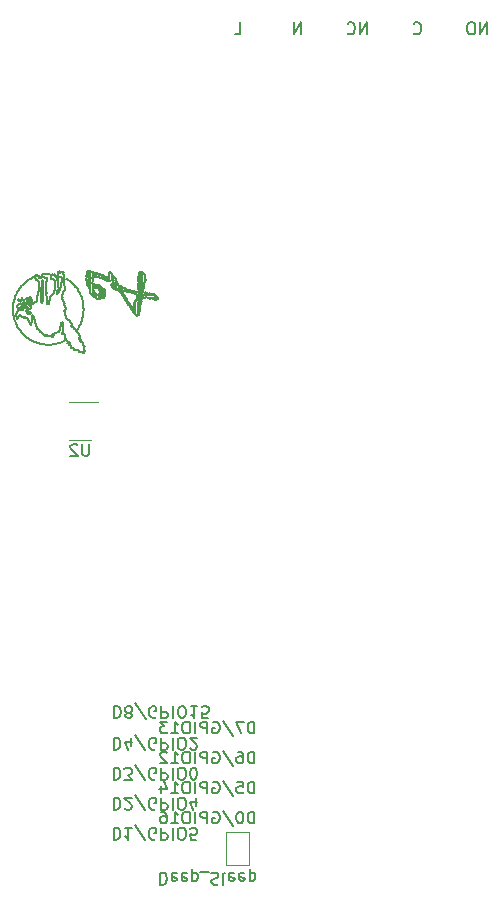
<source format=gbr>
%TF.GenerationSoftware,KiCad,Pcbnew,(5.1.5)-3*%
%TF.CreationDate,2021-01-06T09:36:04+01:00*%
%TF.ProjectId,cece-pcb,63656365-2d70-4636-922e-6b696361645f,rev?*%
%TF.SameCoordinates,Original*%
%TF.FileFunction,Legend,Bot*%
%TF.FilePolarity,Positive*%
%FSLAX46Y46*%
G04 Gerber Fmt 4.6, Leading zero omitted, Abs format (unit mm)*
G04 Created by KiCad (PCBNEW (5.1.5)-3) date 2021-01-06 09:36:04*
%MOMM*%
%LPD*%
G04 APERTURE LIST*
%ADD10C,0.150000*%
%ADD11C,0.120000*%
%ADD12C,0.160000*%
G04 APERTURE END LIST*
D10*
X150785714Y-40952380D02*
X150785714Y-39952380D01*
X150214285Y-40952380D01*
X150214285Y-39952380D01*
X160345476Y-40857142D02*
X160393095Y-40904761D01*
X160535952Y-40952380D01*
X160631190Y-40952380D01*
X160774047Y-40904761D01*
X160869285Y-40809523D01*
X160916904Y-40714285D01*
X160964523Y-40523809D01*
X160964523Y-40380952D01*
X160916904Y-40190476D01*
X160869285Y-40095238D01*
X160774047Y-40000000D01*
X160631190Y-39952380D01*
X160535952Y-39952380D01*
X160393095Y-40000000D01*
X160345476Y-40047619D01*
X156360714Y-40952380D02*
X156360714Y-39952380D01*
X155789285Y-40952380D01*
X155789285Y-39952380D01*
X154741666Y-40857142D02*
X154789285Y-40904761D01*
X154932142Y-40952380D01*
X155027380Y-40952380D01*
X155170238Y-40904761D01*
X155265476Y-40809523D01*
X155313095Y-40714285D01*
X155360714Y-40523809D01*
X155360714Y-40380952D01*
X155313095Y-40190476D01*
X155265476Y-40095238D01*
X155170238Y-40000000D01*
X155027380Y-39952380D01*
X154932142Y-39952380D01*
X154789285Y-40000000D01*
X154741666Y-40047619D01*
X166544523Y-40952380D02*
X166544523Y-39952380D01*
X165973095Y-40952380D01*
X165973095Y-39952380D01*
X165306428Y-39952380D02*
X165115952Y-39952380D01*
X165020714Y-40000000D01*
X164925476Y-40095238D01*
X164877857Y-40285714D01*
X164877857Y-40619047D01*
X164925476Y-40809523D01*
X165020714Y-40904761D01*
X165115952Y-40952380D01*
X165306428Y-40952380D01*
X165401666Y-40904761D01*
X165496904Y-40809523D01*
X165544523Y-40619047D01*
X165544523Y-40285714D01*
X165496904Y-40095238D01*
X165401666Y-40000000D01*
X165306428Y-39952380D01*
X145190476Y-40952380D02*
X145666666Y-40952380D01*
X145666666Y-39952380D01*
D11*
%TO.C,REF\002A\002A*%
X137565000Y-62860000D02*
X137465000Y-62860000D01*
X137365000Y-62960000D02*
X138065000Y-62960000D01*
X138265000Y-63060000D02*
X137365000Y-63060000D01*
X138565000Y-63360000D02*
X138265000Y-63060000D01*
X138465000Y-63260000D02*
X138565000Y-63360000D01*
X138465000Y-63360000D02*
X138465000Y-63260000D01*
X138565000Y-63260000D02*
X137865000Y-63260000D01*
X137365000Y-63160000D02*
X138465000Y-63160000D01*
X137565000Y-61860000D02*
X137565000Y-61360000D01*
X137465000Y-61360000D02*
X137465000Y-62160000D01*
X137365000Y-61260000D02*
X137365000Y-63260000D01*
X137265000Y-63360000D02*
X137265000Y-61088796D01*
X137073488Y-61334074D02*
X137073488Y-62660000D01*
X137165000Y-64060000D02*
X137165000Y-61060000D01*
X136465000Y-64160000D02*
X136565000Y-64160000D01*
X136572415Y-64079582D02*
X136572415Y-64360000D01*
X136665000Y-63960000D02*
X136665000Y-64460000D01*
X136765000Y-64660000D02*
X136765000Y-63660000D01*
X136865000Y-63660000D02*
X136865000Y-64660000D01*
X136963908Y-64660000D02*
X136963908Y-62860000D01*
X137063908Y-64560000D02*
X136963908Y-64660000D01*
X137063908Y-62761092D02*
X137063908Y-64560000D01*
X136965000Y-62860000D02*
X137063908Y-62761092D01*
X136865000Y-62960000D02*
X136965000Y-62860000D01*
X136665000Y-62760000D02*
X136865000Y-62960000D01*
X136795421Y-62760000D02*
X136665000Y-62760000D01*
X136665000Y-62890421D02*
X136795421Y-62760000D01*
X136534579Y-62760000D02*
X136665000Y-62890421D01*
X136534579Y-62860000D02*
X136534579Y-62760000D01*
X136334579Y-62660000D02*
X136534579Y-62860000D01*
X136334579Y-62818819D02*
X136334579Y-62660000D01*
X135765000Y-62660000D02*
X136265000Y-62660000D01*
X135965000Y-62660000D02*
X135765000Y-62660000D01*
X135765000Y-62460000D02*
X135965000Y-62660000D01*
X135765000Y-62660000D02*
X135765000Y-62460000D01*
X135765000Y-62560000D02*
X135765000Y-62660000D01*
X135865000Y-62560000D02*
X135765000Y-62560000D01*
X135665000Y-62360000D02*
X135865000Y-62560000D01*
X135665000Y-62860000D02*
X135665000Y-62360000D01*
X135465000Y-62760000D02*
X135465000Y-62360000D01*
X135565000Y-62760000D02*
X135565000Y-62360000D01*
X135431726Y-62643330D02*
X135431726Y-62360000D01*
X135365000Y-62360000D02*
X135365000Y-62260000D01*
X135365000Y-62560000D02*
X135365000Y-62360000D01*
X135265000Y-62460000D02*
X135265000Y-62160000D01*
X135165000Y-62560000D02*
X135165000Y-62060000D01*
X134765000Y-62207619D02*
X134765000Y-62160000D01*
X134865000Y-62107619D02*
X134765000Y-62207619D01*
X134865000Y-62360000D02*
X134865000Y-62107619D01*
X134965000Y-62460000D02*
X134965000Y-62160000D01*
X135065000Y-61660000D02*
X135065000Y-62560000D01*
X135065000Y-61960000D02*
X135065000Y-61660000D01*
X135165000Y-61960000D02*
X135065000Y-61960000D01*
X134865000Y-61660000D02*
X135165000Y-61960000D01*
X134865000Y-61731237D02*
X134865000Y-61460000D01*
X134765000Y-61731237D02*
X134865000Y-61731237D01*
X134765000Y-61660000D02*
X134765000Y-61731237D01*
X134765000Y-61360000D02*
X134765000Y-61660000D01*
X134665000Y-61260000D02*
X134765000Y-61360000D01*
X134665000Y-61660000D02*
X134665000Y-61260000D01*
X134465000Y-61660000D02*
X134365000Y-61660000D01*
X134465000Y-61865703D02*
X134465000Y-61660000D01*
X134059297Y-61460000D02*
X134465000Y-61865703D01*
X134165000Y-61565703D02*
X134059297Y-61460000D01*
X134265000Y-61465703D02*
X134165000Y-61565703D01*
X134265000Y-61760000D02*
X134265000Y-61465703D01*
X133865000Y-61360000D02*
X134265000Y-61760000D01*
X133965000Y-61460000D02*
X133865000Y-61360000D01*
X133865000Y-61460000D02*
X133965000Y-61460000D01*
X133665000Y-61260000D02*
X133865000Y-61460000D01*
X133665000Y-61475447D02*
X133665000Y-61260000D01*
X133565000Y-61475447D02*
X133665000Y-61475447D01*
X133565000Y-61286303D02*
X133565000Y-61475447D01*
X133465000Y-61186303D02*
X133565000Y-61286303D01*
X133465000Y-61451844D02*
X133465000Y-61186303D01*
X133365000Y-61451844D02*
X133465000Y-61451844D01*
X133365000Y-61269346D02*
X133365000Y-61451844D01*
X133268104Y-61172450D02*
X133365000Y-61269346D01*
X133268104Y-61463104D02*
X133268104Y-61172450D01*
X133165000Y-61360000D02*
X133268104Y-61463104D01*
X133165000Y-61160000D02*
X133165000Y-61360000D01*
X133065000Y-61160000D02*
X133165000Y-61160000D01*
X133065000Y-62060000D02*
X133065000Y-61160000D01*
X132665000Y-61660000D02*
X132665000Y-61772814D01*
X132765000Y-62260000D02*
X132765000Y-61001578D01*
X132865000Y-62360000D02*
X132765000Y-62260000D01*
X132865000Y-61068542D02*
X132865000Y-62360000D01*
X132965000Y-61068542D02*
X132865000Y-61068542D01*
X132965000Y-62560000D02*
X132965000Y-61068542D01*
X133165000Y-62960000D02*
X133165000Y-62660000D01*
X133265000Y-63060000D02*
X133165000Y-62960000D01*
X133265000Y-62889374D02*
X133265000Y-63060000D01*
X133365000Y-62889374D02*
X133265000Y-62889374D01*
X133365000Y-63160000D02*
X133365000Y-62889374D01*
X133465000Y-63160000D02*
X133365000Y-63160000D01*
X133465000Y-63060000D02*
X133465000Y-63160000D01*
X133565000Y-63060000D02*
X133465000Y-63060000D01*
X133565000Y-63260000D02*
X133565000Y-63060000D01*
X133665000Y-63260000D02*
X133565000Y-63260000D01*
X133665000Y-63060000D02*
X133665000Y-63260000D01*
X133765000Y-63060000D02*
X133665000Y-63060000D01*
X133765000Y-63260000D02*
X133765000Y-63060000D01*
X133865000Y-63260000D02*
X133765000Y-63260000D01*
X133865000Y-62760000D02*
X133865000Y-63260000D01*
X134065000Y-62560000D02*
X133865000Y-62760000D01*
X134065000Y-63260000D02*
X134065000Y-62560000D01*
X133965000Y-63260000D02*
X134065000Y-63260000D01*
X133965000Y-62560000D02*
X133965000Y-63260000D01*
X133865000Y-62460000D02*
X133965000Y-62560000D01*
X133865000Y-62660000D02*
X133865000Y-62460000D01*
X133765000Y-62660000D02*
X133865000Y-62660000D01*
X133765000Y-62360000D02*
X133765000Y-62660000D01*
X133665000Y-62260000D02*
X133765000Y-62360000D01*
X133665000Y-62460000D02*
X133665000Y-62260000D01*
X133465000Y-62260000D02*
X133665000Y-62460000D01*
X133565000Y-62260000D02*
X133465000Y-62260000D01*
X133565000Y-62460000D02*
X133565000Y-62260000D01*
X133365000Y-62260000D02*
X133565000Y-62460000D01*
X133365000Y-62360000D02*
X133365000Y-62260000D01*
X133465000Y-62360000D02*
X133365000Y-62360000D01*
X133265000Y-62160000D02*
X133465000Y-62360000D01*
X133265000Y-62360000D02*
X133265000Y-62160000D01*
X133165000Y-62460000D02*
X133265000Y-62360000D01*
X133165000Y-62160000D02*
X133165000Y-62460000D01*
X133065000Y-62060000D02*
X133165000Y-62160000D01*
X133065000Y-62860000D02*
X133065000Y-62060000D01*
X128865000Y-63560000D02*
X128865000Y-61946352D01*
D12*
X128181254Y-61494464D02*
G75*
G03X127893498Y-61641603I1283746J-2865536D01*
G01*
D11*
X127765000Y-64560000D02*
X127665000Y-64460000D01*
X127881148Y-64560000D02*
X127765000Y-64560000D01*
X127652055Y-64330907D02*
X127881148Y-64560000D01*
X127165000Y-64191041D02*
X127065000Y-64291041D01*
X127046221Y-64072262D02*
X127165000Y-64191041D01*
X127046221Y-64312016D02*
X127046221Y-64072262D01*
D12*
X136604739Y-64061111D02*
X136572415Y-64079582D01*
X136632448Y-63901784D02*
X136604739Y-64061111D01*
X136667084Y-63867147D02*
X136632448Y-63901784D01*
X136646304Y-63857911D02*
X136667084Y-63867147D01*
X136632450Y-63834820D02*
X136646304Y-63857911D01*
X136708650Y-63717057D02*
X136632450Y-63834820D01*
X136680941Y-63673184D02*
X136708650Y-63717057D01*
X136722505Y-63622384D02*
X136680941Y-63673184D01*
X136708652Y-63587748D02*
X136722505Y-63622384D01*
X136851815Y-63555420D02*
X136708652Y-63587748D01*
X136851815Y-63523093D02*
X136851815Y-63555420D01*
X136731743Y-63513856D02*
X136851815Y-63523093D01*
X136817179Y-63393784D02*
X136731743Y-63513856D01*
X136884143Y-63428420D02*
X136817179Y-63393784D01*
X136934943Y-63393784D02*
X136884143Y-63428420D01*
X136884143Y-63276020D02*
X136934943Y-63393784D01*
X136884143Y-63095911D02*
X136884143Y-63276020D01*
X136944179Y-63040493D02*
X136884143Y-63095911D01*
X136944179Y-62987384D02*
X136944179Y-63040493D01*
X136766379Y-62945820D02*
X136944179Y-62987384D01*
X136766379Y-62936584D02*
X136766379Y-62945820D01*
X136623215Y-62888093D02*
X136766379Y-62936584D01*
X136623215Y-62878856D02*
X136623215Y-62888093D01*
X136528543Y-62846529D02*
X136623215Y-62878856D01*
X136486979Y-62860382D02*
X136528543Y-62846529D01*
X136334579Y-62818819D02*
X136486979Y-62860382D01*
X136249143Y-62818819D02*
X136334579Y-62818819D01*
X136235289Y-62761091D02*
X136249143Y-62818819D01*
X136226052Y-62793419D02*
X136235289Y-62761091D01*
X136075961Y-62784182D02*
X136226052Y-62793419D01*
X135895852Y-62675655D02*
X136075961Y-62784182D01*
X135838125Y-62707982D02*
X135895852Y-62675655D01*
X135701889Y-62707982D02*
X135838125Y-62707982D01*
X135678798Y-62719528D02*
X135701889Y-62707982D01*
X135678798Y-62728765D02*
X135678798Y-62719528D01*
X135669562Y-62742619D02*
X135678798Y-62728765D01*
X135724980Y-62818819D02*
X135669562Y-62742619D01*
X135737038Y-62839600D02*
X135724980Y-62818819D01*
X135748584Y-62865000D02*
X135737038Y-62839600D01*
X135759617Y-62895019D02*
X135748584Y-62865000D01*
X135819653Y-63063582D02*
X135759617Y-62895019D01*
X135895853Y-63095910D02*
X135819653Y-63063582D01*
X135895853Y-63149019D02*
X135895853Y-63095910D01*
X135886616Y-63158255D02*
X135895853Y-63149019D01*
X135972053Y-63225219D02*
X135886616Y-63158255D01*
X135981289Y-63285255D02*
X135972053Y-63225219D01*
X136022853Y-63276019D02*
X135981289Y-63285255D01*
X136029523Y-63351449D02*
X136022853Y-63276019D01*
X136037220Y-63405327D02*
X136029523Y-63351449D01*
X136045943Y-63437655D02*
X136037220Y-63405327D01*
X136075961Y-63513855D02*
X136045943Y-63437655D01*
X136140616Y-63550800D02*
X136075961Y-63513855D01*
X136156266Y-63561319D02*
X136140616Y-63550800D01*
X136169351Y-63574404D02*
X136156266Y-63561319D01*
X136179870Y-63590055D02*
X136169351Y-63574404D01*
X136207579Y-63631619D02*
X136179870Y-63590055D01*
X136207579Y-63654709D02*
X136207579Y-63631619D01*
X136283779Y-63802490D02*
X136207579Y-63654709D01*
X136293016Y-63802490D02*
X136283779Y-63802490D01*
X136396925Y-63952581D02*
X136293016Y-63802490D01*
X136420015Y-63952581D02*
X136396925Y-63952581D01*
X136496215Y-64028781D02*
X136420015Y-63952581D01*
X136496215Y-64061109D02*
X136496215Y-64028781D01*
X136572415Y-64079582D02*
X136496215Y-64061109D01*
X136410264Y-64187598D02*
X136429250Y-64241221D01*
X136396410Y-64152962D02*
X136410264Y-64187598D01*
X136387687Y-64137312D02*
X136396410Y-64152962D01*
X136840270Y-64705349D02*
X136934943Y-64770000D01*
X136657851Y-64596822D02*
X136840270Y-64705349D01*
X136632451Y-64543713D02*
X136657851Y-64596822D01*
X136623215Y-64543713D02*
X136632451Y-64543713D01*
X136613978Y-64511385D02*
X136623215Y-64543713D01*
X136581651Y-64511385D02*
X136613978Y-64511385D01*
X136572414Y-64425949D02*
X136581651Y-64511385D01*
X136547014Y-64416712D02*
X136572414Y-64425949D01*
X136505450Y-64308185D02*
X136547014Y-64416712D01*
X136505450Y-64298949D02*
X136505450Y-64308185D01*
X136429250Y-64241221D02*
X136505450Y-64298949D01*
X136334578Y-64038021D02*
X136387687Y-64137312D01*
X136302250Y-64028785D02*
X136334578Y-64038021D01*
X136193723Y-63848676D02*
X136302250Y-64028785D01*
X136175250Y-63848676D02*
X136193723Y-63848676D01*
X136045941Y-63613148D02*
X136175250Y-63848676D01*
X136032087Y-63613148D02*
X136045941Y-63613148D01*
X135972051Y-63523094D02*
X136032087Y-63613148D01*
X135981288Y-63523094D02*
X135972051Y-63523094D01*
X135819651Y-63266785D02*
X135981288Y-63523094D01*
X135810415Y-63276021D02*
X135819651Y-63266785D01*
X135701887Y-63139785D02*
X135810415Y-63276021D01*
X135720361Y-63139785D02*
X135701887Y-63139785D01*
X135687263Y-63104891D02*
X135720361Y-63139785D01*
X135655706Y-63037158D02*
X135687263Y-63104891D01*
X135625688Y-62936585D02*
X135655706Y-63037158D01*
X135540253Y-62828058D02*
X135554106Y-62862694D01*
X135549489Y-62802658D02*
X135540253Y-62828058D01*
X135440962Y-62761094D02*
X135549489Y-62802658D01*
X135399398Y-62698749D02*
X135440962Y-62761094D01*
X135431726Y-62643330D02*
X135399398Y-62698749D01*
X135380926Y-62599458D02*
X135431726Y-62643330D01*
X135380926Y-62580984D02*
X135380926Y-62599458D01*
X135313962Y-62590221D02*
X135380926Y-62580984D01*
X135295489Y-62548657D02*
X135313962Y-62590221D01*
X135270089Y-62548657D02*
X135295489Y-62548657D01*
X135260852Y-62557894D02*
X135270089Y-62548657D01*
X135219288Y-62548657D02*
X135260852Y-62557894D01*
X135196198Y-62590221D02*
X135219288Y-62548657D01*
X134992998Y-62548657D02*
X135196198Y-62590221D01*
X134983762Y-62548657D02*
X134992998Y-62548657D01*
X134898325Y-62430894D02*
X134983762Y-62548657D01*
X134907562Y-62421657D02*
X134898325Y-62430894D01*
X134854453Y-62405494D02*
X134907562Y-62421657D01*
X135587971Y-62902717D02*
X135625688Y-62936585D01*
X135564111Y-62878087D02*
X135587971Y-62902717D01*
X135554106Y-62862694D02*
X135564111Y-62878087D01*
X134812119Y-62359055D02*
X134854453Y-62405494D01*
X134786719Y-62324418D02*
X134812119Y-62359055D01*
X134778252Y-62301584D02*
X134786719Y-62324418D01*
X134747721Y-62275671D02*
X134778252Y-62301584D01*
X134714624Y-62222562D02*
X134747721Y-62275671D01*
X134678962Y-62142257D02*
X134714624Y-62222562D01*
X134755162Y-62042966D02*
X134678962Y-62142257D01*
X134800061Y-62049636D02*
X134755162Y-62042966D01*
X134833158Y-62057334D02*
X134800061Y-62049636D01*
X134854453Y-62066056D02*
X134833158Y-62057334D01*
X134907562Y-62093766D02*
X134854453Y-62066056D01*
X134926035Y-62084529D02*
X134907562Y-62093766D01*
X134939889Y-62107619D02*
X134926035Y-62084529D01*
X135025325Y-62142255D02*
X134939889Y-62107619D01*
X135016088Y-62093764D02*
X135025325Y-62142255D01*
X135057652Y-62066055D02*
X135016088Y-62093764D01*
X134789797Y-61731237D02*
X135057652Y-62066055D01*
X134713597Y-61731237D02*
X134789797Y-61731237D01*
X134586596Y-61830528D02*
X134713597Y-61731237D01*
X134542725Y-61795892D02*
X134586596Y-61830528D01*
X134545804Y-61740216D02*
X134542725Y-61795892D01*
X134548883Y-61693265D02*
X134545804Y-61740216D01*
X134551961Y-61655037D02*
X134548883Y-61693265D01*
X134538107Y-61636564D02*
X134551961Y-61655037D01*
X134561198Y-61583455D02*
X134538107Y-61636564D01*
X134542725Y-61541891D02*
X134561198Y-61583455D01*
X134561198Y-61484163D02*
X134542725Y-61541891D01*
X134551961Y-61474927D02*
X134561198Y-61484163D01*
X134551961Y-61442601D02*
X134551961Y-61474927D01*
X134575051Y-61417201D02*
X134551961Y-61442601D01*
X134542724Y-61433364D02*
X134575051Y-61417201D01*
X134549394Y-61355367D02*
X134542724Y-61433364D01*
X134560170Y-61296871D02*
X134549394Y-61355367D01*
X134575051Y-61257873D02*
X134560170Y-61296871D01*
X134561198Y-61214000D02*
X134575051Y-61257873D01*
X134561198Y-61195527D02*
X134561198Y-61214000D01*
X134551961Y-61163200D02*
X134561198Y-61195527D01*
X134558631Y-61156272D02*
X134551961Y-61163200D01*
X134566328Y-61141648D02*
X134558631Y-61156272D01*
X134575051Y-61119327D02*
X134566328Y-61141648D01*
X134660491Y-61087002D02*
X134575051Y-61119327D01*
X134685377Y-61112658D02*
X134660491Y-61087002D01*
X134701542Y-61134210D02*
X134685377Y-61112658D01*
X134708982Y-61151656D02*
X134701542Y-61134210D01*
X134722835Y-61195529D02*
X134708982Y-61151656D01*
X134778254Y-61239402D02*
X134722835Y-61195529D01*
X134778254Y-61257875D02*
X134778254Y-61239402D01*
X134799034Y-61227857D02*
X134778254Y-61257875D01*
X134854452Y-61389493D02*
X134799034Y-61227857D01*
X134872926Y-61389493D02*
X134854452Y-61389493D01*
X134895246Y-61429774D02*
X134872926Y-61389493D01*
X134912949Y-61458253D02*
X134895246Y-61429774D01*
X134926035Y-61474930D02*
X134912949Y-61458253D01*
X134926035Y-61493403D02*
X134926035Y-61474930D01*
X135002235Y-61551130D02*
X134926035Y-61493403D01*
X135002235Y-61601930D02*
X135002235Y-61551130D01*
X135034562Y-61601930D02*
X135002235Y-61601930D01*
X135025325Y-61627330D02*
X135034562Y-61601930D01*
X135092289Y-61678130D02*
X135025325Y-61627330D01*
X135101526Y-61805130D02*
X135092289Y-61678130D01*
X135140780Y-61843358D02*
X135101526Y-61805130D01*
X135166180Y-61871836D02*
X135140780Y-61843358D01*
X135177726Y-61890567D02*
X135166180Y-61871836D01*
X135161562Y-61904420D02*
X135177726Y-61890567D01*
X135219289Y-62052202D02*
X135161562Y-61904420D01*
X135260853Y-62093766D02*
X135219289Y-62052202D01*
X135295489Y-62169966D02*
X135260853Y-62093766D01*
X135380926Y-62183819D02*
X135295489Y-62169966D01*
X135380926Y-62246164D02*
X135380926Y-62183819D01*
X135464053Y-62246164D02*
X135380926Y-62246164D01*
X135549489Y-62310819D02*
X135464053Y-62246164D01*
X135625689Y-62287729D02*
X135549489Y-62310819D01*
X135658017Y-62322365D02*
X135625689Y-62287729D01*
X135796562Y-62405493D02*
X135658017Y-62322365D01*
X135886617Y-62387019D02*
X135796562Y-62405493D01*
X135851980Y-62481692D02*
X135886617Y-62387019D01*
X135946653Y-62481692D02*
X135851980Y-62481692D01*
X136013617Y-62548656D02*
X135946653Y-62481692D01*
X136032090Y-62548656D02*
X136013617Y-62548656D01*
X136032090Y-62590219D02*
X136032090Y-62548656D01*
X136131381Y-62548656D02*
X136032090Y-62590219D01*
X136140618Y-62608692D02*
X136131381Y-62548656D01*
X136283781Y-62634092D02*
X136140618Y-62608692D01*
X136420018Y-62675656D02*
X136283781Y-62634092D01*
X136486981Y-62666419D02*
X136420018Y-62675656D01*
X136555227Y-62672320D02*
X136486981Y-62666419D01*
X136624499Y-62690023D02*
X136555227Y-62672320D01*
X136694799Y-62719528D02*
X136624499Y-62690023D01*
X136708653Y-62728765D02*
X136694799Y-62719528D01*
X136766380Y-62742618D02*
X136708653Y-62728765D01*
X136817180Y-62728765D02*
X136766380Y-62742618D01*
X136807944Y-62793419D02*
X136817180Y-62728765D01*
X136911853Y-62802656D02*
X136807944Y-62793419D01*
X136911853Y-62784183D02*
X136911853Y-62802656D01*
X136960344Y-62802656D02*
X136911853Y-62784183D01*
X137029616Y-62761092D02*
X136960344Y-62802656D01*
X137043470Y-62608692D02*
X137029616Y-62761092D01*
X137001906Y-62516329D02*
X137043470Y-62608692D01*
X137017300Y-62439871D02*
X137001906Y-62516329D01*
X137026536Y-62382914D02*
X137017300Y-62439871D01*
X137029615Y-62345456D02*
X137026536Y-62382914D01*
X137011142Y-62246165D02*
X137029615Y-62345456D01*
X137029615Y-62211529D02*
X137011142Y-62246165D01*
X137023456Y-62165603D02*
X137029615Y-62211529D01*
X137014220Y-62126348D02*
X137023456Y-62165603D01*
X137001906Y-62093765D02*
X137014220Y-62126348D01*
X137055015Y-61904420D02*
X137001906Y-62093765D01*
X137011143Y-61814365D02*
X137055015Y-61904420D01*
X137029616Y-61701220D02*
X137011143Y-61814365D01*
X137011143Y-61569601D02*
X137029616Y-61701220D01*
X137029616Y-61537274D02*
X137011143Y-61569601D01*
X137073488Y-61334074D02*
X137029616Y-61537274D01*
X137073488Y-61204765D02*
X137073488Y-61334074D01*
X137101197Y-61137801D02*
X137073488Y-61204765D01*
X137113000Y-61113684D02*
X137101197Y-61137801D01*
X137123775Y-61096750D02*
X137113000Y-61113684D01*
X137133525Y-61087001D02*
X137123775Y-61096750D01*
X137214343Y-61020038D02*
X137133525Y-61087001D01*
X137276432Y-61059548D02*
X137214343Y-61020038D01*
X137317995Y-61088796D02*
X137276432Y-61059548D01*
X137339034Y-61107783D02*
X137317995Y-61088796D01*
X137375979Y-61153965D02*
X137339034Y-61107783D01*
X137366743Y-61214000D02*
X137375979Y-61153965D01*
X137426779Y-61204765D02*
X137366743Y-61214000D01*
X137452179Y-61271728D02*
X137426779Y-61204765D01*
X137535306Y-61280965D02*
X137452179Y-61271728D01*
X137564298Y-61315601D02*
X137535306Y-61280965D01*
X137592777Y-61354855D02*
X137564298Y-61315601D01*
X137620743Y-61398729D02*
X137592777Y-61354855D01*
X137611506Y-61668892D02*
X137620743Y-61398729D01*
X137641529Y-61668892D02*
X137611506Y-61668892D01*
X137646146Y-61701220D02*
X137641529Y-61668892D01*
X137634600Y-61731238D02*
X137646146Y-61701220D01*
X137602272Y-61719691D02*
X137634600Y-61731238D01*
X137569945Y-61763564D02*
X137602272Y-61719691D01*
X137546855Y-61948291D02*
X137569945Y-61763564D01*
X137502982Y-62008327D02*
X137546855Y-61948291D01*
X137526072Y-62052200D02*
X137502982Y-62008327D01*
X137502982Y-62075290D02*
X137526072Y-62052200D01*
X137493746Y-62183818D02*
X137502982Y-62075290D01*
X137461418Y-62211527D02*
X137493746Y-62183818D01*
X137493746Y-62246163D02*
X137461418Y-62211527D01*
X137493746Y-62269253D02*
X137493746Y-62246163D01*
X137484509Y-62269253D02*
X137493746Y-62269253D01*
X137452182Y-62770326D02*
X137484509Y-62269253D01*
X137588418Y-62828053D02*
X137452182Y-62770326D01*
X137602272Y-62818817D02*
X137588418Y-62828053D01*
X137823944Y-62913489D02*
X137602272Y-62818817D01*
X137934781Y-62888089D02*
X137823944Y-62913489D01*
X138061781Y-62922726D02*
X137934781Y-62888089D01*
X138288072Y-62922726D02*
X138061781Y-62922726D01*
X138382744Y-62987380D02*
X138288072Y-62922726D01*
X138567472Y-63181344D02*
X138382744Y-62987380D01*
X138590562Y-63167490D02*
X138567472Y-63181344D01*
X138618527Y-63200587D02*
X138590562Y-63167490D01*
X138647006Y-63244460D02*
X138618527Y-63200587D01*
X138675998Y-63299109D02*
X138647006Y-63244460D01*
X138643671Y-63393781D02*
X138675998Y-63299109D01*
X138567471Y-63393781D02*
X138643671Y-63393781D01*
X138525907Y-63460745D02*
X138567471Y-63393781D01*
X138433544Y-63430727D02*
X138525907Y-63460745D01*
X138410452Y-63421490D02*
X138433544Y-63430727D01*
X138390440Y-63409175D02*
X138410452Y-63421490D01*
X138373507Y-63393781D02*
X138390440Y-63409175D01*
X138331944Y-63352218D02*
X138373507Y-63393781D01*
X138126435Y-63299109D02*
X138331944Y-63352218D01*
X138008671Y-63333745D02*
X138126435Y-63299109D01*
X137999434Y-63299109D02*
X138008671Y-63333745D01*
X137814707Y-63310655D02*
X137999434Y-63299109D01*
X137696943Y-63225219D02*
X137814707Y-63310655D01*
X137648452Y-63231376D02*
X137696943Y-63225219D01*
X137616894Y-63237534D02*
X137648452Y-63231376D01*
X137602271Y-63243692D02*
X137616894Y-63237534D01*
X137588417Y-63234455D02*
X137602271Y-63243692D01*
X137579180Y-63243692D02*
X137588417Y-63234455D01*
X137546853Y-63243692D02*
X137579180Y-63243692D01*
X137470653Y-63276019D02*
X137546853Y-63243692D01*
X137399071Y-63215983D02*
X137470653Y-63276019D01*
X137322871Y-63243692D02*
X137399071Y-63215983D01*
X137301319Y-63332207D02*
X137322871Y-63243692D01*
X137276689Y-63419183D02*
X137301319Y-63332207D01*
X137248980Y-63504619D02*
X137276689Y-63419183D01*
X137322871Y-63504619D02*
X137248980Y-63504619D01*
X137290544Y-63546183D02*
X137322871Y-63504619D01*
X137267454Y-63546183D02*
X137290544Y-63546183D01*
X137191254Y-64146547D02*
X137267454Y-63546183D01*
X137191254Y-64178874D02*
X137191254Y-64146547D01*
X137138145Y-64231983D02*
X137191254Y-64178874D01*
X137138145Y-64317419D02*
X137138145Y-64231983D01*
X137119672Y-64372838D02*
X137138145Y-64317419D01*
X137111203Y-64441853D02*
X137119672Y-64372838D01*
X137104276Y-64488804D02*
X137111203Y-64441853D01*
X137098888Y-64513692D02*
X137104276Y-64488804D01*
X137095552Y-64529855D02*
X137098888Y-64513692D01*
X137091703Y-64547558D02*
X137095552Y-64529855D01*
X137087342Y-64566801D02*
X137091703Y-64547558D01*
X137096579Y-64670710D02*
X137087342Y-64566801D01*
X137043470Y-64756147D02*
X137096579Y-64670710D01*
X136934943Y-64770000D02*
X137043470Y-64756147D01*
X133307873Y-62411135D02*
X133362779Y-62400873D01*
X133269388Y-62420371D02*
X133307873Y-62411135D01*
X133247324Y-62428582D02*
X133269388Y-62420371D01*
X133697597Y-62978145D02*
X133656033Y-62992000D01*
X133750706Y-62978145D02*
X133697597Y-62978145D01*
X133755323Y-62897327D02*
X133750706Y-62978145D01*
X133792269Y-62841908D02*
X133755323Y-62897327D01*
X133778415Y-62671036D02*
X133792269Y-62841908D01*
X133669888Y-62580981D02*
X133778415Y-62671036D01*
X133589070Y-62463218D02*
X133669888Y-62580981D01*
X133436670Y-62449364D02*
X133589070Y-62463218D01*
X133362779Y-62400873D02*
X133436670Y-62449364D01*
X133201143Y-62453982D02*
X133247324Y-62428582D01*
X133187289Y-62539419D02*
X133201143Y-62453982D01*
X133201143Y-62599455D02*
X133187289Y-62539419D01*
X133238088Y-62590218D02*
X133201143Y-62599455D01*
X133264001Y-62649228D02*
X133238088Y-62590218D01*
X133286322Y-62696949D02*
X133264001Y-62649228D01*
X133305052Y-62733382D02*
X133286322Y-62696949D01*
X133277343Y-62784182D02*
X133305052Y-62733382D01*
X133318906Y-62784182D02*
X133277343Y-62784182D01*
X133332247Y-62788800D02*
X133318906Y-62784182D01*
X133350719Y-62802654D02*
X133332247Y-62788800D01*
X133374324Y-62825745D02*
X133350719Y-62802654D01*
X133398184Y-62855507D02*
X133374324Y-62825745D01*
X133414348Y-62889374D02*
X133398184Y-62855507D01*
X133422814Y-62927345D02*
X133414348Y-62889374D01*
X133448215Y-62942739D02*
X133422814Y-62927345D01*
X133478233Y-62964290D02*
X133448215Y-62942739D01*
X133512870Y-62992000D02*
X133478233Y-62964290D01*
X133575215Y-62964290D02*
X133512870Y-62992000D01*
X133656033Y-62992000D02*
X133575215Y-62964290D01*
X133394849Y-63220357D02*
X133422815Y-63257559D01*
X133369449Y-63194957D02*
X133394849Y-63220357D01*
X133346615Y-63181359D02*
X133369449Y-63194957D01*
X133540579Y-63333759D02*
X133711452Y-63384546D01*
X133508252Y-63285268D02*
X133540579Y-63333759D01*
X133489779Y-63285268D02*
X133508252Y-63285268D01*
X133445906Y-63257559D02*
X133489779Y-63285268D01*
X133422815Y-63257559D02*
X133445906Y-63257559D01*
X133314288Y-63190596D02*
X133346615Y-63181359D01*
X133286835Y-63169044D02*
X133314288Y-63190596D01*
X133262974Y-63144413D02*
X133286835Y-63169044D01*
X133242706Y-63116705D02*
X133262974Y-63144413D01*
X133210379Y-63116705D02*
X133242706Y-63116705D01*
X133048743Y-62936596D02*
X133210379Y-63116705D01*
X133016415Y-62869632D02*
X133048743Y-62936596D01*
X132940215Y-62860395D02*
X133016415Y-62869632D01*
X132940215Y-62784195D02*
X132940215Y-62860395D01*
X132930979Y-62784195D02*
X132940215Y-62784195D01*
X132921742Y-62751868D02*
X132930979Y-62784195D01*
X132930979Y-62719541D02*
X132921742Y-62751868D01*
X132907889Y-62684904D02*
X132930979Y-62719541D01*
X132907889Y-62657195D02*
X132907889Y-62684904D01*
X132965616Y-62657195D02*
X132907889Y-62657195D01*
X132940216Y-62580995D02*
X132965616Y-62657195D01*
X132898652Y-62557905D02*
X132940216Y-62580995D01*
X132889416Y-62516342D02*
X132898652Y-62557905D01*
X132898652Y-62495561D02*
X132889416Y-62516342D01*
X132889416Y-62421670D02*
X132898652Y-62495561D01*
X132822452Y-62396270D02*
X132889416Y-62421670D01*
X132746252Y-62260034D02*
X132822452Y-62396270D01*
X132713925Y-62151507D02*
X132746252Y-62260034D01*
X132695452Y-62142270D02*
X132713925Y-62151507D01*
X132686215Y-62052215D02*
X132695452Y-62142270D01*
X132695452Y-61999106D02*
X132686215Y-62052215D01*
X132663124Y-61980632D02*
X132695452Y-61999106D01*
X132651578Y-61925215D02*
X132663124Y-61980632D01*
X132672361Y-61890578D02*
X132651578Y-61925215D01*
X132663124Y-61830542D02*
X132672361Y-61890578D01*
X132695452Y-61818996D02*
X132663124Y-61830542D01*
X132695452Y-61772814D02*
X132695452Y-61818996D01*
X132619252Y-61745105D02*
X132695452Y-61772814D01*
X132610015Y-61678141D02*
X132619252Y-61745105D01*
X132619252Y-61668904D02*
X132610015Y-61678141D01*
X132651579Y-61537286D02*
X132619252Y-61668904D01*
X132628489Y-61451850D02*
X132651579Y-61537286D01*
X132651579Y-61347941D02*
X132628489Y-61451850D01*
X132637725Y-61280977D02*
X132651579Y-61347941D01*
X132672362Y-61195541D02*
X132637725Y-61280977D01*
X132663125Y-61140123D02*
X132672362Y-61195541D01*
X132672362Y-61110104D02*
X132663125Y-61140123D01*
X132663125Y-61054686D02*
X132672362Y-61110104D01*
X132710332Y-61006961D02*
X132663125Y-61054686D01*
X132741120Y-60977713D02*
X132710332Y-61006961D01*
X132755489Y-60966941D02*
X132741120Y-60977713D01*
X132780889Y-60960014D02*
X132755489Y-60966941D01*
X132813216Y-61001578D02*
X132780889Y-60960014D01*
X132875561Y-60978487D02*
X132813216Y-61001578D01*
X132921743Y-61036215D02*
X132875561Y-60978487D01*
X132984089Y-61045451D02*
X132921743Y-61036215D01*
X133025652Y-61045451D02*
X132984089Y-61045451D01*
X133048743Y-61068542D02*
X133025652Y-61045451D01*
X133099029Y-61075212D02*
X133048743Y-61068542D01*
X133135975Y-61082909D02*
X133099029Y-61075212D01*
X133159579Y-61091632D02*
X133135975Y-61082909D01*
X133210379Y-61119341D02*
X133159579Y-61091632D01*
X133272724Y-61119341D02*
X133210379Y-61119341D01*
X133295815Y-61172450D02*
X133272724Y-61119341D01*
X133305051Y-61163213D02*
X133295815Y-61172450D01*
X133337379Y-61172450D02*
X133305051Y-61163213D01*
X133362779Y-61163213D02*
X133337379Y-61172450D01*
X133390488Y-61186303D02*
X133362779Y-61163213D01*
X133457451Y-61186303D02*
X133390488Y-61186303D01*
X133489779Y-61163213D02*
X133457451Y-61186303D01*
X133531085Y-61184251D02*
X133489779Y-61163213D01*
X133571879Y-61201184D02*
X133531085Y-61184251D01*
X133612160Y-61214013D02*
X133571879Y-61201184D01*
X133646797Y-61244032D02*
X133612160Y-61214013D01*
X133674506Y-61244032D02*
X133646797Y-61244032D01*
X133720688Y-61267122D02*
X133674506Y-61244032D01*
X133796888Y-61267122D02*
X133720688Y-61267122D01*
X133849997Y-61317922D02*
X133796888Y-61267122D01*
X133882324Y-61299449D02*
X133849997Y-61317922D01*
X133892330Y-61305349D02*
X133882324Y-61299449D01*
X133919269Y-61316895D02*
X133892330Y-61305349D01*
X133963142Y-61334085D02*
X133919269Y-61316895D01*
X133990851Y-61366412D02*
X133963142Y-61334085D01*
X134062433Y-61357176D02*
X133990851Y-61366412D01*
X134090142Y-61421830D02*
X134062433Y-61357176D01*
X134180197Y-61412594D02*
X134090142Y-61421830D01*
X134198670Y-61465703D02*
X134180197Y-61412594D01*
X134265633Y-61470320D02*
X134198670Y-61465703D01*
X134325670Y-61532665D02*
X134265633Y-61470320D01*
X134436505Y-61546519D02*
X134325670Y-61532665D01*
X134445743Y-61569609D02*
X134436505Y-61546519D01*
X134519634Y-61611172D02*
X134445743Y-61569609D01*
X134510397Y-61673518D02*
X134519634Y-61611172D01*
X134563506Y-61772809D02*
X134510397Y-61673518D01*
X134528869Y-61805136D02*
X134563506Y-61772809D01*
X134495003Y-61813089D02*
X134528869Y-61805136D01*
X134464216Y-61827713D02*
X134495003Y-61813089D01*
X134436505Y-61849009D02*
X134464216Y-61827713D01*
X134360306Y-61858245D02*
X134436505Y-61849009D01*
X134288724Y-61754336D02*
X134360306Y-61858245D01*
X134221761Y-61735863D02*
X134288724Y-61754336D01*
X134221761Y-61710463D02*
X134221761Y-61735863D01*
X134153258Y-61678132D02*
X134221761Y-61710463D01*
X134098609Y-61658120D02*
X134153258Y-61678132D01*
X134057815Y-61650427D02*
X134098609Y-61658120D01*
X134013943Y-61606554D02*
X134057815Y-61650427D01*
X133967761Y-61606554D02*
X134013943Y-61606554D01*
X133933124Y-61574227D02*
X133967761Y-61606554D01*
X133914651Y-61588080D02*
X133933124Y-61574227D01*
X133849997Y-61560371D02*
X133914651Y-61588080D01*
X133863850Y-61560371D02*
X133849997Y-61560371D01*
X133796887Y-61555754D02*
X133863850Y-61560371D01*
X133739159Y-61507263D02*
X133796887Y-61555754D01*
X133692978Y-61507263D02*
X133739159Y-61507263D01*
X133706831Y-61488790D02*
X133692978Y-61507263D01*
X133651413Y-61516499D02*
X133706831Y-61488790D01*
X133607540Y-61511880D02*
X133651413Y-61516499D01*
X133552122Y-61511880D02*
X133607540Y-61511880D01*
X133535959Y-61484171D02*
X133552122Y-61511880D01*
X133494651Y-61475447D02*
X133535959Y-61484171D01*
X133444621Y-61467751D02*
X133494651Y-61475447D01*
X133385868Y-61461079D02*
X133444621Y-61467751D01*
X133376631Y-61451844D02*
X133385868Y-61461079D01*
X133341995Y-61484171D02*
X133376631Y-61451844D01*
X133315055Y-61471342D02*
X133341995Y-61484171D01*
X133268104Y-61454409D02*
X133315055Y-61471342D01*
X133201140Y-61433371D02*
X133268104Y-61454409D01*
X133154958Y-61465698D02*
X133201140Y-61433371D01*
X133154958Y-61537280D02*
X133154958Y-61465698D01*
X133101849Y-61560370D02*
X133154958Y-61537280D01*
X133124940Y-61569607D02*
X133101849Y-61560370D01*
X133111086Y-61611171D02*
X133124940Y-61569607D01*
X133127762Y-61630156D02*
X133111086Y-61611171D01*
X133150083Y-61677877D02*
X133127762Y-61630156D01*
X133178050Y-61754334D02*
X133150083Y-61677877D01*
X133154959Y-61805134D02*
X133178050Y-61754334D01*
X133154959Y-61862862D02*
X133154959Y-61805134D01*
X133111087Y-61980624D02*
X133154959Y-61862862D01*
X133143414Y-62075298D02*
X133111087Y-61980624D01*
X133228850Y-62107625D02*
X133143414Y-62075298D01*
X133228850Y-62128406D02*
X133228850Y-62107625D01*
X133263487Y-62142259D02*
X133228850Y-62128406D01*
X133272723Y-62107623D02*
X133263487Y-62142259D01*
X133372014Y-62128403D02*
X133272723Y-62107623D01*
X133381251Y-62142257D02*
X133372014Y-62128403D01*
X133422815Y-62142257D02*
X133381251Y-62142257D01*
X133413578Y-62193057D02*
X133422815Y-62142257D01*
X133616778Y-62188437D02*
X133413578Y-62193057D01*
X133819978Y-62269255D02*
X133616778Y-62188437D01*
X133854614Y-62363928D02*
X133819978Y-62269255D01*
X133879244Y-62383683D02*
X133854614Y-62363928D01*
X133906953Y-62409084D02*
X133879244Y-62383683D01*
X133937742Y-62440128D02*
X133906953Y-62409084D01*
X134057814Y-62504783D02*
X133937742Y-62440128D01*
X134099378Y-62539419D02*
X134057814Y-62504783D01*
X134157105Y-62567128D02*
X134099378Y-62539419D01*
X134157105Y-62599455D02*
X134157105Y-62567128D01*
X134184814Y-62643328D02*
X134157105Y-62599455D01*
X134166341Y-62666418D02*
X134184814Y-62643328D01*
X134122468Y-62675655D02*
X134166341Y-62666418D01*
X134122468Y-62742619D02*
X134122468Y-62675655D01*
X134131705Y-62742619D02*
X134122468Y-62742619D01*
X134143251Y-62784182D02*
X134131705Y-62742619D01*
X134175579Y-62784182D02*
X134143251Y-62784182D01*
X134184815Y-62996619D02*
X134175579Y-62784182D01*
X134108615Y-63072819D02*
X134184815Y-62996619D01*
X134108615Y-63116691D02*
X134108615Y-63072819D01*
X134157106Y-63158255D02*
X134108615Y-63116691D01*
X134122470Y-63276019D02*
X134157106Y-63158255D01*
X134099379Y-63276019D02*
X134122470Y-63276019D01*
X134037034Y-63310655D02*
X134099379Y-63276019D01*
X133928507Y-63310655D02*
X134037034Y-63310655D01*
X133819979Y-63319892D02*
X133928507Y-63310655D01*
X133787652Y-63352219D02*
X133819979Y-63319892D01*
X133769179Y-63352219D02*
X133787652Y-63352219D01*
X133778415Y-63375309D02*
X133769179Y-63352219D01*
X133769179Y-63375309D02*
X133778415Y-63375309D01*
X133711452Y-63384546D02*
X133769179Y-63375309D01*
X132208319Y-65268369D02*
X132246794Y-65142993D01*
X132246794Y-65142993D02*
X132280839Y-65007901D01*
X132280839Y-65007901D02*
X132309196Y-64869602D01*
X132309196Y-64869602D02*
X132332300Y-64731659D01*
X132332300Y-64731659D02*
X132352140Y-64588559D01*
X132352140Y-64588559D02*
X132369054Y-64445418D01*
X132369054Y-64445418D02*
X132384465Y-64300263D01*
X132384465Y-64300263D02*
X132390833Y-64238140D01*
X131759963Y-66050113D02*
X131836403Y-65965865D01*
X131836403Y-65965865D02*
X131906194Y-65873602D01*
X131906194Y-65873602D02*
X131969766Y-65777041D01*
X131969766Y-65777041D02*
X132028979Y-65675567D01*
X132028979Y-65675567D02*
X132084301Y-65569060D01*
X132084301Y-65569060D02*
X132136375Y-65455814D01*
X132136375Y-65455814D02*
X132183168Y-65339270D01*
X132183168Y-65339270D02*
X132208319Y-65268369D01*
X129908259Y-67191730D02*
X130042288Y-67165150D01*
X130042288Y-67165150D02*
X130175979Y-67132209D01*
X130175979Y-67132209D02*
X130300194Y-67095679D01*
X130300194Y-67095679D02*
X130422705Y-67053850D01*
X130422705Y-67053850D02*
X130541372Y-67007591D01*
X130541372Y-67007591D02*
X130654196Y-66958087D01*
X130654196Y-66958087D02*
X130764823Y-66903994D01*
X130764823Y-66903994D02*
X130873154Y-66845324D01*
X130873154Y-66845324D02*
X130891721Y-66834676D01*
X128876960Y-67191730D02*
X129026081Y-67213899D01*
X129026081Y-67213899D02*
X129173107Y-67228299D01*
X129173107Y-67228299D02*
X129337872Y-67235811D01*
X129337872Y-67235811D02*
X129500792Y-67234360D01*
X129500792Y-67234360D02*
X129653335Y-67224989D01*
X129653335Y-67224989D02*
X129798201Y-67208825D01*
X129798201Y-67208825D02*
X129908259Y-67191730D01*
X127893498Y-66834676D02*
X128000561Y-66893586D01*
X128000561Y-66893586D02*
X128109025Y-66947632D01*
X128109025Y-66947632D02*
X128225258Y-66999660D01*
X128225258Y-66999660D02*
X128343592Y-67046727D01*
X128343592Y-67046727D02*
X128463804Y-67088756D01*
X128463804Y-67088756D02*
X128587655Y-67126217D01*
X128587655Y-67126217D02*
X128716990Y-67159239D01*
X128716990Y-67159239D02*
X128851692Y-67187202D01*
X128851692Y-67187202D02*
X128876960Y-67191730D01*
X127092549Y-66161500D02*
X127166980Y-66247124D01*
X127166980Y-66247124D02*
X127246144Y-66331428D01*
X127246144Y-66331428D02*
X127326828Y-66411031D01*
X127326828Y-66411031D02*
X127411327Y-66488308D01*
X127411327Y-66488308D02*
X127499100Y-66562643D01*
X127499100Y-66562643D02*
X127591290Y-66634812D01*
X127591290Y-66634812D02*
X127684526Y-66702169D01*
X127684526Y-66702169D02*
X127782006Y-66767007D01*
X127782006Y-66767007D02*
X127881947Y-66827972D01*
X127881947Y-66827972D02*
X127893498Y-66834676D01*
X126576900Y-65268370D02*
X126622873Y-65386221D01*
X126622873Y-65386221D02*
X126671672Y-65497433D01*
X126671672Y-65497433D02*
X126725858Y-65608381D01*
X126725858Y-65608381D02*
X126783555Y-65715254D01*
X126783555Y-65715254D02*
X126844045Y-65817346D01*
X126844045Y-65817346D02*
X126907100Y-65914879D01*
X126907100Y-65914879D02*
X126974769Y-66011123D01*
X126974769Y-66011123D02*
X127044595Y-66102651D01*
X127044595Y-66102651D02*
X127092549Y-66161500D01*
X126394387Y-64238139D02*
X126398584Y-64396214D01*
X126398584Y-64396214D02*
X126410384Y-64546707D01*
X126410384Y-64546707D02*
X126428636Y-64689318D01*
X126428636Y-64689318D02*
X126453062Y-64827875D01*
X126453062Y-64827875D02*
X126482592Y-64959776D01*
X126482592Y-64959776D02*
X126516786Y-65086028D01*
X126516786Y-65086028D02*
X126555999Y-65209319D01*
X126555999Y-65209319D02*
X126576900Y-65268370D01*
X126576900Y-63207909D02*
X126535842Y-63328017D01*
X126535842Y-63328017D02*
X126498384Y-63455475D01*
X126498384Y-63455475D02*
X126466458Y-63585098D01*
X126466458Y-63585098D02*
X126439596Y-63720062D01*
X126439596Y-63720062D02*
X126418399Y-63860188D01*
X126418399Y-63860188D02*
X126403338Y-64007297D01*
X126403338Y-64007297D02*
X126395089Y-64173444D01*
X126395089Y-64173444D02*
X126394387Y-64238139D01*
X127092549Y-62314779D02*
X127020878Y-62403896D01*
X127020878Y-62403896D02*
X126952088Y-62496520D01*
X126952088Y-62496520D02*
X126886913Y-62591726D01*
X126886913Y-62591726D02*
X126824392Y-62691099D01*
X126824392Y-62691099D02*
X126765793Y-62792833D01*
X126765793Y-62792833D02*
X126710524Y-62898130D01*
X126710524Y-62898130D02*
X126658217Y-63008300D01*
X126658217Y-63008300D02*
X126609872Y-63121913D01*
X126609872Y-63121913D02*
X126576900Y-63207909D01*
X127893497Y-61641602D02*
X127792411Y-61702663D01*
X127792411Y-61702663D02*
X127691284Y-61769429D01*
X127691284Y-61769429D02*
X127597863Y-61836529D01*
X127597863Y-61836529D02*
X127507473Y-61906830D01*
X127507473Y-61906830D02*
X127420400Y-61980007D01*
X127420400Y-61980007D02*
X127333913Y-62058529D01*
X127333913Y-62058529D02*
X127248926Y-62141996D01*
X127248926Y-62141996D02*
X127170425Y-62225339D01*
X127170425Y-62225339D02*
X127095844Y-62310842D01*
X127095844Y-62310842D02*
X127092549Y-62314779D01*
X129565000Y-61260000D02*
X129427858Y-61236538D01*
X129427858Y-61236538D02*
X129270675Y-61239976D01*
X129270675Y-61239976D02*
X129119878Y-61251563D01*
X129119878Y-61251563D02*
X128973624Y-61269233D01*
X128973624Y-61269233D02*
X128876961Y-61284548D01*
X131692670Y-62314778D02*
X131617025Y-62228576D01*
X131617025Y-62228576D02*
X131537867Y-62144750D01*
X131537867Y-62144750D02*
X131455968Y-62064177D01*
X131455968Y-62064177D02*
X131372200Y-61987625D01*
X131372200Y-61987625D02*
X131284951Y-61913627D01*
X131284951Y-61913627D02*
X131194646Y-61842694D01*
X131194646Y-61842694D02*
X131100070Y-61774103D01*
X131100070Y-61774103D02*
X131002904Y-61709267D01*
X131002904Y-61709267D02*
X130903239Y-61648300D01*
X130903239Y-61648300D02*
X130891721Y-61641602D01*
X132208319Y-63207909D02*
X132165092Y-63090052D01*
X132165092Y-63090052D02*
X132116107Y-62975167D01*
X132116107Y-62975167D02*
X132063220Y-62866090D01*
X132063220Y-62866090D02*
X132004236Y-62757495D01*
X132004236Y-62757495D02*
X131943562Y-62656558D01*
X131943562Y-62656558D02*
X131879548Y-62559294D01*
X131879548Y-62559294D02*
X131812613Y-62465759D01*
X131812613Y-62465759D02*
X131742511Y-62375204D01*
X131742511Y-62375204D02*
X131692670Y-62314778D01*
X132390833Y-64238140D02*
X132375726Y-64092365D01*
X132375726Y-64092365D02*
X132358198Y-63936715D01*
X132358198Y-63936715D02*
X132339639Y-63794570D01*
X132339639Y-63794570D02*
X132317891Y-63655447D01*
X132317891Y-63655447D02*
X132292141Y-63520109D01*
X132292141Y-63520109D02*
X132261499Y-63388273D01*
X132261499Y-63388273D02*
X132226146Y-63263067D01*
X132226146Y-63263067D02*
X132208319Y-63207909D01*
X132390833Y-64238140D02*
X132390833Y-64238140D01*
X127702740Y-63373507D02*
X127702740Y-63373507D01*
X127329594Y-63395009D02*
X127325371Y-63332038D01*
X127324602Y-63428031D02*
X127329594Y-63395009D01*
X127315003Y-63439857D02*
X127324602Y-63428031D01*
X127306863Y-63441316D02*
X127315003Y-63439857D01*
X127296879Y-63440472D02*
X127306863Y-63441316D01*
X127281828Y-63441931D02*
X127296879Y-63440472D01*
X127263781Y-63448074D02*
X127281828Y-63441931D01*
X127252185Y-63455140D02*
X127263781Y-63448074D01*
X127242432Y-63458519D02*
X127252185Y-63455140D01*
X127215170Y-63441700D02*
X127242432Y-63458519D01*
X127192976Y-63402765D02*
X127215170Y-63441700D01*
X127178154Y-63365212D02*
X127192976Y-63402765D01*
X127165868Y-63329887D02*
X127178154Y-63365212D01*
X127154502Y-63285807D02*
X127165868Y-63329887D01*
X127144980Y-63232512D02*
X127154502Y-63285807D01*
X126884337Y-63394318D02*
X126829814Y-63367287D01*
X126939784Y-63421810D02*
X126884337Y-63394318D01*
X126995690Y-63450224D02*
X126939784Y-63421810D01*
X127040692Y-63473032D02*
X126995690Y-63450224D01*
X127084772Y-63495840D02*
X127040692Y-63473032D01*
X127128392Y-63518649D02*
X127084772Y-63495840D01*
X126874815Y-63505670D02*
X126838108Y-63495841D01*
X126914748Y-63519186D02*
X126874815Y-63505670D01*
X126958368Y-63537310D02*
X126914748Y-63519186D01*
X126995690Y-63555971D02*
X126958368Y-63537310D01*
X127028866Y-63574632D02*
X126995690Y-63555971D01*
X127057894Y-63593294D02*
X127028866Y-63574632D01*
X127709190Y-63382415D02*
X127702740Y-63373507D01*
X127718406Y-63388098D02*
X127709190Y-63382415D01*
X127727621Y-63390094D02*
X127718406Y-63388098D01*
X127790823Y-63427800D02*
X127727621Y-63390094D01*
X127851722Y-63476104D02*
X127790823Y-63427800D01*
X127891425Y-63512428D02*
X127851722Y-63476104D01*
X127895495Y-63517573D02*
X127891425Y-63512428D01*
X127903251Y-63523180D02*
X127895495Y-63517573D01*
X127914233Y-63526943D02*
X127903251Y-63523180D01*
X127924983Y-63527019D02*
X127914233Y-63526943D01*
X127935275Y-63523410D02*
X127924983Y-63527019D01*
X127943261Y-63516575D02*
X127935275Y-63523410D01*
X127947331Y-63504979D02*
X127943261Y-63516575D01*
X127945411Y-63491539D02*
X127947331Y-63504979D01*
X127941188Y-63477180D02*
X127945411Y-63491539D01*
X127928593Y-63429950D02*
X127941188Y-63477180D01*
X127923371Y-63402074D02*
X127928593Y-63429950D01*
X127912159Y-63371433D02*
X127923371Y-63402074D01*
X127899719Y-63347396D02*
X127912159Y-63371433D01*
X127888660Y-63331193D02*
X127899719Y-63347396D01*
X127874837Y-63319597D02*
X127888660Y-63331193D01*
X127857174Y-63312915D02*
X127874837Y-63319597D01*
X127831678Y-63311763D02*
X127857174Y-63312915D01*
X127796046Y-63313376D02*
X127831678Y-63311763D01*
X127750813Y-63318675D02*
X127796046Y-63313376D01*
X127728620Y-63325356D02*
X127750813Y-63318675D01*
X127719327Y-63332037D02*
X127728620Y-63325356D01*
X127709498Y-63344171D02*
X127719327Y-63332037D01*
X127702894Y-63358608D02*
X127709498Y-63344171D01*
X127702740Y-63373507D02*
X127702894Y-63358608D01*
X127348179Y-63889798D02*
X127348179Y-63889798D01*
X127374903Y-63889644D02*
X127348179Y-63889798D01*
X127423744Y-63894098D02*
X127374903Y-63889644D01*
X127485027Y-63910532D02*
X127423744Y-63894098D01*
X127531948Y-63927273D02*
X127485027Y-63910532D01*
X127575644Y-63951848D02*
X127531948Y-63927273D01*
X127607361Y-63989324D02*
X127575644Y-63951848D01*
X127616192Y-64009521D02*
X127607361Y-63989324D01*
X127625484Y-64034786D02*
X127616192Y-64009521D01*
X127634316Y-64061895D02*
X127625484Y-64034786D01*
X127639461Y-64079174D02*
X127634316Y-64061895D01*
X127643684Y-64092306D02*
X127639461Y-64079174D01*
X127648830Y-64105438D02*
X127643684Y-64092306D01*
X127656509Y-64124099D02*
X127648830Y-64105438D01*
X127667414Y-64144143D02*
X127656509Y-64124099D01*
X127682005Y-64161421D02*
X127667414Y-64144143D01*
X127720633Y-64182924D02*
X127682005Y-64161421D01*
X127764329Y-64188300D02*
X127720633Y-64182924D01*
X127804339Y-64182156D02*
X127764329Y-64188300D01*
X127831525Y-64171942D02*
X127804339Y-64182156D01*
X127872533Y-64144680D02*
X127831525Y-64171942D01*
X127903865Y-64092997D02*
X127872533Y-64144680D01*
X127907244Y-64052603D02*
X127903865Y-64092997D01*
X127899104Y-64015895D02*
X127907244Y-64052603D01*
X127883131Y-63985177D02*
X127899104Y-64015895D01*
X127863779Y-63965748D02*
X127883131Y-63985177D01*
X127844426Y-63954152D02*
X127863779Y-63965748D01*
X127820927Y-63933341D02*
X127844426Y-63954152D01*
X127802650Y-63902931D02*
X127820927Y-63933341D01*
X127793588Y-63876666D02*
X127802650Y-63902931D01*
X127775311Y-63846256D02*
X127793588Y-63876666D01*
X127747280Y-63820452D02*
X127775311Y-63846256D01*
X127721094Y-63804326D02*
X127747280Y-63820452D01*
X127702740Y-63796492D02*
X127721094Y-63804326D01*
X127679548Y-63788352D02*
X127702740Y-63796492D01*
X127642994Y-63782515D02*
X127679548Y-63788352D01*
X127599066Y-63788198D02*
X127642994Y-63782515D01*
X127579791Y-63796492D02*
X127599066Y-63788198D01*
X127563741Y-63804786D02*
X127579791Y-63796492D01*
X127538937Y-63813080D02*
X127563741Y-63804786D01*
X127517357Y-63817150D02*
X127538937Y-63813080D01*
X127496239Y-63817995D02*
X127517357Y-63817150D01*
X127478806Y-63811006D02*
X127496239Y-63817995D01*
X127471280Y-63800025D02*
X127478806Y-63811006D01*
X127468362Y-63785357D02*
X127471280Y-63800025D01*
X127462218Y-63763317D02*
X127468362Y-63785357D01*
X127456382Y-63749647D02*
X127462218Y-63763317D01*
X127441791Y-63727224D02*
X127456382Y-63749647D01*
X127416602Y-63705260D02*
X127441791Y-63727224D01*
X127387958Y-63695277D02*
X127416602Y-63705260D01*
X127361617Y-63694509D02*
X127387958Y-63695277D01*
X127339885Y-63696966D02*
X127361617Y-63694509D01*
X127304789Y-63707410D02*
X127339885Y-63696966D01*
X127276145Y-63723844D02*
X127304789Y-63707410D01*
X127250725Y-63742582D02*
X127276145Y-63723844D01*
X127219393Y-63769000D02*
X127250725Y-63742582D01*
X127197737Y-63793574D02*
X127219393Y-63769000D01*
X127188522Y-63821374D02*
X127197737Y-63793574D01*
X127191747Y-63849481D02*
X127188522Y-63821374D01*
X127204649Y-63876206D02*
X127191747Y-63849481D01*
X127225844Y-63896019D02*
X127204649Y-63876206D01*
X127256639Y-63903621D02*
X127225844Y-63896019D01*
X127293884Y-63897400D02*
X127256639Y-63903621D01*
X127348179Y-63889798D02*
X127293884Y-63897400D01*
X127354399Y-64063969D02*
X127354399Y-64063969D01*
X127377898Y-64067194D02*
X127354399Y-64063969D01*
X127402779Y-64060743D02*
X127377898Y-64067194D01*
X127429043Y-64063969D02*
X127402779Y-64060743D01*
X127444402Y-64079712D02*
X127429043Y-64063969D01*
X127453771Y-64098680D02*
X127444402Y-64079712D01*
X127470513Y-64115805D02*
X127453771Y-64098680D01*
X127498158Y-64124637D02*
X127470513Y-64115805D01*
X127529952Y-64121488D02*
X127498158Y-64124637D01*
X127557597Y-64105438D02*
X127529952Y-64121488D01*
X127574493Y-64070726D02*
X127557597Y-64105438D01*
X127571114Y-64032329D02*
X127574493Y-64070726D01*
X127553451Y-64001765D02*
X127571114Y-64032329D01*
X127533561Y-63990860D02*
X127553451Y-64001765D01*
X127506298Y-63985024D02*
X127533561Y-63990860D01*
X127464292Y-63968589D02*
X127506298Y-63985024D01*
X127445630Y-63957147D02*
X127464292Y-63968589D01*
X127433881Y-63950313D02*
X127445630Y-63957147D01*
X127420749Y-63945782D02*
X127433881Y-63950313D01*
X127404929Y-63944937D02*
X127420749Y-63945782D01*
X127372983Y-63950082D02*
X127404929Y-63944937D01*
X127341958Y-63972736D02*
X127372983Y-63950082D01*
X127330900Y-64006987D02*
X127341958Y-63972736D01*
X127336429Y-64040777D02*
X127330900Y-64006987D01*
X127354399Y-64063969D02*
X127336429Y-64040777D01*
X127503688Y-64314858D02*
X127503688Y-64314858D01*
X127501153Y-64324073D02*
X127503688Y-64314858D01*
X127498619Y-64336053D02*
X127501153Y-64324073D01*
X127497467Y-64352180D02*
X127498619Y-64336053D01*
X127501922Y-64374834D02*
X127497467Y-64352180D01*
X127513748Y-64395185D02*
X127501922Y-64374834D01*
X127530643Y-64416457D02*
X127513748Y-64395185D01*
X127569884Y-64461151D02*
X127530643Y-64416457D01*
X127595765Y-64487876D02*
X127569884Y-64461151D01*
X127619801Y-64515983D02*
X127595765Y-64487876D01*
X127640306Y-64545472D02*
X127619801Y-64515983D01*
X127649751Y-64562520D02*
X127640306Y-64545472D01*
X127663344Y-64578187D02*
X127649751Y-64562520D01*
X127707348Y-64606524D02*
X127663344Y-64578187D01*
X127749969Y-64618273D02*
X127707348Y-64606524D01*
X127781531Y-64621729D02*
X127749969Y-64618273D01*
X127826840Y-64622497D02*
X127781531Y-64621729D01*
X127879982Y-64612667D02*
X127826840Y-64622497D01*
X127922526Y-64580260D02*
X127879982Y-64612667D01*
X127936273Y-64544857D02*
X127922526Y-64580260D01*
X127935735Y-64508533D02*
X127936273Y-64544857D01*
X127920453Y-64482807D02*
X127935735Y-64508533D01*
X127904634Y-64475896D02*
X127920453Y-64482807D01*
X127883745Y-64475896D02*
X127904634Y-64475896D01*
X127854102Y-64470367D02*
X127883745Y-64475896D01*
X127846039Y-64466681D02*
X127854102Y-64470367D01*
X127829682Y-64456083D02*
X127846039Y-64466681D01*
X127798118Y-64433044D02*
X127829682Y-64456083D01*
X127753885Y-64399331D02*
X127798118Y-64433044D01*
X127731768Y-64381746D02*
X127753885Y-64399331D01*
X127711033Y-64368767D02*
X127731768Y-64381746D01*
X127695982Y-64359936D02*
X127711033Y-64368767D01*
X127681851Y-64352026D02*
X127695982Y-64359936D01*
X127665418Y-64341812D02*
X127681851Y-64352026D01*
X127652055Y-64330907D02*
X127665418Y-64341812D01*
X127641457Y-64320923D02*
X127652055Y-64330907D01*
X127628095Y-64308637D02*
X127641457Y-64320923D01*
X127594767Y-64281144D02*
X127628095Y-64308637D01*
X127570192Y-64265632D02*
X127594767Y-64281144D01*
X127549304Y-64263020D02*
X127570192Y-64265632D01*
X127526419Y-64277381D02*
X127549304Y-64263020D01*
X127511367Y-64297732D02*
X127526419Y-64277381D01*
X127503688Y-64314858D02*
X127511367Y-64297732D01*
X127016425Y-64298270D02*
X127016425Y-64298270D01*
X127046221Y-64312016D02*
X127016425Y-64298270D01*
X127070949Y-64318390D02*
X127046221Y-64312016D01*
X127086921Y-64321077D02*
X127070949Y-64318390D01*
X127113800Y-64320463D02*
X127086921Y-64321077D01*
X127156805Y-64310633D02*
X127113800Y-64320463D01*
X127203036Y-64279608D02*
X127156805Y-64310633D01*
X127218318Y-64262483D02*
X127203036Y-64279608D01*
X127238208Y-64222780D02*
X127218318Y-64262483D01*
X127242432Y-64165568D02*
X127238208Y-64222780D01*
X127237671Y-64143067D02*
X127242432Y-64165568D01*
X127218165Y-64103058D02*
X127237671Y-64143067D01*
X127176081Y-64068115D02*
X127218165Y-64103058D01*
X127143827Y-64060436D02*
X127176081Y-64068115D01*
X127111574Y-64063354D02*
X127143827Y-64060436D01*
X127076555Y-64072262D02*
X127111574Y-64063354D01*
X127041690Y-64083475D02*
X127076555Y-64072262D01*
X127009130Y-64099755D02*
X127041690Y-64083475D01*
X126981176Y-64126173D02*
X127009130Y-64099755D01*
X126971193Y-64143221D02*
X126981176Y-64126173D01*
X126959366Y-64178239D02*
X126971193Y-64143221D01*
X126960441Y-64225698D02*
X126959366Y-64178239D01*
X126977260Y-64262483D02*
X126960441Y-64225698D01*
X126999607Y-64286366D02*
X126977260Y-64262483D01*
X127016425Y-64298270D02*
X126999607Y-64286366D01*
X128863878Y-63680379D02*
X128863878Y-63680379D01*
X128880542Y-63664021D02*
X128863878Y-63680379D01*
X128887991Y-63637988D02*
X128880542Y-63664021D01*
X128890832Y-63611955D02*
X128887991Y-63637988D01*
X128911106Y-63544682D02*
X128890832Y-63611955D01*
X128938291Y-63495379D02*
X128911106Y-63544682D01*
X128965476Y-63437784D02*
X128938291Y-63495379D01*
X128975460Y-63374965D02*
X128965476Y-63437784D01*
X128962405Y-63273904D02*
X128975460Y-63374965D01*
X128936448Y-63060414D02*
X128951847Y-63206535D01*
X128951847Y-63206535D02*
X128962405Y-63273904D01*
X128930228Y-62979549D02*
X128936448Y-63060414D01*
X128928154Y-62924948D02*
X128930228Y-62979549D01*
X128930228Y-62880023D02*
X128928154Y-62924948D01*
X128941901Y-62807682D02*
X128930228Y-62880023D01*
X128957260Y-62751929D02*
X128941901Y-62807682D01*
X128971697Y-62693412D02*
X128957260Y-62751929D01*
X128975998Y-62643879D02*
X128971697Y-62693412D01*
X128970161Y-62559789D02*
X128975998Y-62643879D01*
X128950962Y-62388613D02*
X128967462Y-62535677D01*
X128967462Y-62535677D02*
X128970161Y-62559789D01*
X128925851Y-62164525D02*
X128942400Y-62308219D01*
X128942400Y-62308219D02*
X128950962Y-62388613D01*
X128920091Y-62061160D02*
X128925851Y-62164525D01*
X128932301Y-62011244D02*
X128920091Y-62061160D01*
X128948659Y-61976148D02*
X128932301Y-62011244D01*
X128966398Y-61925386D02*
X128948659Y-61976148D01*
X128975844Y-61859881D02*
X128966398Y-61925386D01*
X128976612Y-61825707D02*
X128975844Y-61859881D01*
X128969547Y-61785543D02*
X128976612Y-61825707D01*
X128946816Y-61758281D02*
X128969547Y-61785543D01*
X128929230Y-61755363D02*
X128946816Y-61758281D01*
X128911183Y-61758435D02*
X128929230Y-61755363D01*
X128894979Y-61766575D02*
X128911183Y-61758435D01*
X128875090Y-61794836D02*
X128894979Y-61766575D01*
X128868562Y-61835076D02*
X128875090Y-61794836D01*
X128868024Y-61882689D02*
X128868562Y-61835076D01*
X128868024Y-61946352D02*
X128868024Y-61882689D01*
X128868024Y-62009093D02*
X128868024Y-61946352D01*
X128868024Y-62071374D02*
X128868024Y-62009093D01*
X128864414Y-62128509D02*
X128868024Y-62071374D01*
X128852972Y-62207762D02*
X128864414Y-62128509D01*
X128832775Y-62320189D02*
X128852972Y-62207762D01*
X128810198Y-62436303D02*
X128832775Y-62320189D01*
X128798678Y-62495742D02*
X128810198Y-62436303D01*
X128795453Y-62544123D02*
X128798678Y-62495742D01*
X128802595Y-62621685D02*
X128795453Y-62544123D01*
X128816648Y-62678053D02*
X128802595Y-62621685D01*
X128826555Y-62747321D02*
X128816648Y-62678053D01*
X128817647Y-62835636D02*
X128826555Y-62747321D01*
X128789847Y-62907823D02*
X128817647Y-62835636D01*
X128760204Y-63016871D02*
X128789847Y-62907823D01*
X128753753Y-63101806D02*
X128760204Y-63016871D01*
X128761126Y-63180752D02*
X128753753Y-63101806D01*
X128760204Y-63344478D02*
X128761427Y-63185531D01*
X128761427Y-63185531D02*
X128761126Y-63180752D01*
X128762354Y-63373429D02*
X128760204Y-63344478D01*
X128769112Y-63455831D02*
X128762354Y-63373429D01*
X128780939Y-63591219D02*
X128769112Y-63455831D01*
X128783012Y-63610495D02*
X128780939Y-63591219D01*
X128791997Y-63637604D02*
X128783012Y-63610495D01*
X128812041Y-63663791D02*
X128791997Y-63637604D01*
X128821333Y-63670856D02*
X128812041Y-63663791D01*
X128840762Y-63680225D02*
X128821333Y-63670856D01*
X128863878Y-63680379D02*
X128840762Y-63680225D01*
X127914233Y-65554787D02*
X127914233Y-65554787D01*
X127869845Y-65493043D02*
X127914233Y-65554787D01*
X127838359Y-65438212D02*
X127869845Y-65493043D01*
X127810559Y-65393056D02*
X127838359Y-65438212D01*
X127801805Y-65344138D02*
X127810559Y-65393056D01*
X127788904Y-65293377D02*
X127801805Y-65344138D01*
X127760796Y-65241693D02*
X127788904Y-65293377D01*
X127748894Y-65229176D02*
X127760796Y-65241693D01*
X127738833Y-65218962D02*
X127748894Y-65229176D01*
X127725547Y-65202297D02*
X127738833Y-65218962D01*
X127708346Y-65175112D02*
X127725547Y-65202297D01*
X127691604Y-65141016D02*
X127708346Y-65175112D01*
X127671637Y-65090331D02*
X127691604Y-65141016D01*
X127645988Y-65020294D02*
X127671637Y-65090331D01*
X127630936Y-64984815D02*
X127645988Y-65020294D01*
X127613581Y-64965924D02*
X127630936Y-64984815D01*
X127587547Y-64950181D02*
X127613581Y-64965924D01*
X127562896Y-64942271D02*
X127587547Y-64950181D01*
X127545157Y-64938968D02*
X127562896Y-64942271D01*
X127513748Y-64937816D02*
X127545157Y-64938968D01*
X127487407Y-64940812D02*
X127513748Y-64937816D01*
X127468439Y-64945189D02*
X127487407Y-64940812D01*
X127455692Y-64934361D02*
X127468439Y-64945189D01*
X127427277Y-64919386D02*
X127455692Y-64934361D01*
X127385500Y-64914087D02*
X127427277Y-64919386D01*
X127356549Y-64921152D02*
X127385500Y-64914087D01*
X127336351Y-64933286D02*
X127356549Y-64921152D01*
X127325370Y-64943116D02*
X127336351Y-64933286D01*
X127307246Y-64923917D02*
X127325370Y-64943116D01*
X127289584Y-64904257D02*
X127307246Y-64923917D01*
X127271460Y-64885058D02*
X127289584Y-64904257D01*
X127245581Y-64885443D02*
X127271460Y-64885058D01*
X127215093Y-64881219D02*
X127245581Y-64885443D01*
X127182302Y-64870545D02*
X127215093Y-64881219D01*
X127145440Y-64847890D02*
X127182302Y-64870545D01*
X127116872Y-64820628D02*
X127145440Y-64847890D01*
X127095216Y-64793826D02*
X127116872Y-64820628D01*
X127070027Y-64754507D02*
X127095216Y-64793826D01*
X127055436Y-64729473D02*
X127070027Y-64754507D01*
X127037159Y-64715035D02*
X127055436Y-64729473D01*
X127000297Y-64712885D02*
X127037159Y-64715035D01*
X126964818Y-64726862D02*
X127000297Y-64712885D01*
X126937633Y-64744064D02*
X126964818Y-64726862D01*
X126880805Y-64797666D02*
X126937633Y-64744064D01*
X126843789Y-64857720D02*
X126880805Y-64797666D01*
X126821519Y-64909940D02*
X126843789Y-64857720D01*
X126812228Y-64933976D02*
X126821519Y-64909940D01*
X126805239Y-64952945D02*
X126812228Y-64933976D01*
X126794564Y-64974217D02*
X126805239Y-64952945D01*
X126769606Y-65011616D02*
X126794564Y-64974217D01*
X126742805Y-65041182D02*
X126769606Y-65011616D01*
X126717847Y-65063377D02*
X126742805Y-65041182D01*
X126704484Y-64944498D02*
X126717847Y-65063377D01*
X126696651Y-64840825D02*
X126704484Y-64944498D01*
X126692965Y-64752357D02*
X126696651Y-64840825D01*
X126692888Y-64678481D02*
X126692965Y-64752357D01*
X126699262Y-64617506D02*
X126692888Y-64678481D01*
X126715773Y-64561599D02*
X126699262Y-64617506D01*
X126721609Y-64548467D02*
X126715773Y-64561599D01*
X126737583Y-64520130D02*
X126721609Y-64548467D01*
X126773830Y-64455853D02*
X126737583Y-64520130D01*
X126811920Y-64387813D02*
X126773830Y-64455853D01*
X126835266Y-64344193D02*
X126811920Y-64387813D01*
X126844328Y-64323151D02*
X126835266Y-64344193D01*
X126846401Y-64289361D02*
X126844328Y-64323151D01*
X126833269Y-64233916D02*
X126846401Y-64289361D01*
X126800785Y-64119952D02*
X126833269Y-64233916D01*
X126778131Y-64032790D02*
X126800785Y-64119952D01*
X126770221Y-63981107D02*
X126778131Y-64032790D01*
X126773830Y-63943708D02*
X126770221Y-63981107D01*
X126781049Y-63917291D02*
X126773830Y-63943708D01*
X126798404Y-63878894D02*
X126781049Y-63917291D01*
X126831887Y-63840035D02*
X126798404Y-63878894D01*
X126866598Y-63821911D02*
X126831887Y-63840035D01*
X126914671Y-63813924D02*
X126866598Y-63821911D01*
X126997764Y-63798565D02*
X126914671Y-63813924D01*
X127056128Y-63783974D02*
X126997764Y-63798565D01*
X127098365Y-63770305D02*
X127056128Y-63783974D01*
X127130465Y-63752949D02*
X127098365Y-63770305D01*
X127155577Y-63728299D02*
X127130465Y-63752949D01*
X127176542Y-63703647D02*
X127155577Y-63728299D01*
X127211330Y-63672085D02*
X127176542Y-63703647D01*
X127240666Y-63650044D02*
X127211330Y-63672085D01*
X127266315Y-63633995D02*
X127240666Y-63650044D01*
X127294268Y-63624395D02*
X127266315Y-63633995D01*
X127344261Y-63621630D02*
X127294268Y-63624395D01*
X127394255Y-63634071D02*
X127344261Y-63621630D01*
X127437337Y-63661717D02*
X127394255Y-63634071D01*
X127456843Y-63683220D02*
X127437337Y-63661717D01*
X127470359Y-63702419D02*
X127456843Y-63683220D01*
X127491247Y-63719774D02*
X127470359Y-63702419D01*
X127511981Y-63728529D02*
X127491247Y-63719774D01*
X127535481Y-63731754D02*
X127511981Y-63728529D01*
X127565891Y-63732215D02*
X127535481Y-63731754D01*
X127635775Y-63734058D02*
X127565891Y-63732215D01*
X127682619Y-63737283D02*
X127635775Y-63734058D01*
X127711034Y-63744656D02*
X127682619Y-63737283D01*
X127741060Y-63765775D02*
X127711034Y-63744656D01*
X127768783Y-63797491D02*
X127741060Y-63765775D01*
X127800192Y-63842108D02*
X127768783Y-63797491D01*
X127816550Y-63866299D02*
X127800192Y-63842108D01*
X127828760Y-63883577D02*
X127816550Y-63866299D01*
X127843735Y-63898092D02*
X127828760Y-63883577D01*
X127870306Y-63914526D02*
X127843735Y-63898092D01*
X127904249Y-63924509D02*
X127870306Y-63914526D01*
X127939114Y-63918826D02*
X127904249Y-63924509D01*
X127968987Y-63880813D02*
X127939114Y-63918826D01*
X127976283Y-63831741D02*
X127968987Y-63880813D01*
X127974363Y-63800639D02*
X127976283Y-63831741D01*
X127969294Y-63778215D02*
X127974363Y-63800639D01*
X127951785Y-63742889D02*
X127969294Y-63778215D01*
X127912159Y-63667938D02*
X127951785Y-63742889D01*
X127884360Y-63614719D02*
X127912159Y-63667938D01*
X127865314Y-63586382D02*
X127884360Y-63614719D01*
X127845809Y-63574632D02*
X127865314Y-63586382D01*
X127816243Y-63575170D02*
X127845809Y-63574632D01*
X127788980Y-63587227D02*
X127816243Y-63575170D01*
X127769091Y-63601587D02*
X127788980Y-63587227D01*
X127786984Y-63551363D02*
X127769091Y-63601587D01*
X127786446Y-63503904D02*
X127786984Y-63551363D01*
X127767017Y-63464739D02*
X127786446Y-63503904D01*
X127732613Y-63441393D02*
X127767017Y-63464739D01*
X127693601Y-63432792D02*
X127732613Y-63441393D01*
X127659197Y-63431563D02*
X127693601Y-63432792D01*
X127642226Y-63431871D02*
X127659197Y-63431563D01*
X127627097Y-63434021D02*
X127642226Y-63431871D01*
X127611508Y-63439858D02*
X127627097Y-63434021D01*
X127578639Y-63469269D02*
X127611508Y-63439858D01*
X127562820Y-63503750D02*
X127578639Y-63469269D01*
X127557598Y-63524869D02*
X127562820Y-63503750D01*
X127556906Y-63507360D02*
X127557598Y-63524869D01*
X127554833Y-63477410D02*
X127556906Y-63507360D01*
X127551377Y-63437784D02*
X127554833Y-63477410D01*
X127545617Y-63364521D02*
X127551377Y-63437784D01*
X127546769Y-63323053D02*
X127545617Y-63364521D01*
X127557598Y-63300935D02*
X127546769Y-63323053D01*
X127576566Y-63290798D02*
X127557598Y-63300935D01*
X127601524Y-63288955D02*
X127576566Y-63290798D01*
X127634316Y-63288494D02*
X127601524Y-63288955D01*
X127726239Y-63265226D02*
X127634316Y-63288494D01*
X127784987Y-63230899D02*
X127726239Y-63265226D01*
X127839588Y-63220071D02*
X127784987Y-63230899D01*
X127913311Y-63276361D02*
X127839588Y-63220071D01*
X127958005Y-63369052D02*
X127913311Y-63276361D01*
X127976437Y-63433637D02*
X127958005Y-63369052D01*
X127997555Y-63544529D02*
X127976437Y-63433637D01*
X128008537Y-63630999D02*
X127997555Y-63544529D01*
X128011685Y-63665864D02*
X128008537Y-63630999D01*
X128014219Y-63701190D02*
X128011685Y-63665864D01*
X128022283Y-63734212D02*
X128014219Y-63701190D01*
X128042788Y-63761244D02*
X128022283Y-63734212D01*
X128072123Y-63774836D02*
X128042788Y-63761244D01*
X128106066Y-63777370D02*
X128072123Y-63774836D01*
X128138167Y-63767464D02*
X128106066Y-63777370D01*
X128164200Y-63735594D02*
X128138167Y-63767464D01*
X128177793Y-63694969D02*
X128164200Y-63735594D01*
X128206590Y-63653424D02*
X128177793Y-63694969D01*
X128218033Y-63646128D02*
X128206590Y-63653424D01*
X128240073Y-63637911D02*
X128218033Y-63646128D01*
X128291602Y-63618175D02*
X128240073Y-63637911D01*
X128340520Y-63598899D02*
X128291602Y-63618175D01*
X128373312Y-63584231D02*
X128340520Y-63598899D01*
X128393202Y-63570485D02*
X128373312Y-63584231D01*
X128417162Y-63533316D02*
X128393202Y-63570485D01*
X128427299Y-63494305D02*
X128417162Y-63533316D01*
X128430524Y-63462666D02*
X128427299Y-63494305D01*
X128425071Y-63402458D02*
X128430524Y-63462666D01*
X128410404Y-63362525D02*
X128425071Y-63402458D01*
X128407716Y-63317523D02*
X128410404Y-63362525D01*
X128426300Y-63271139D02*
X128407716Y-63317523D01*
X128449953Y-63233970D02*
X128426300Y-63271139D01*
X128461626Y-63184821D02*
X128449953Y-63233970D01*
X128460935Y-63165854D02*
X128461626Y-63184821D01*
X128457479Y-63153336D02*
X128460935Y-63165854D01*
X128455406Y-63132985D02*
X128457479Y-63153336D01*
X128464851Y-63087676D02*
X128455406Y-63132985D01*
X128482591Y-63051121D02*
X128464851Y-63087676D01*
X128498948Y-63004431D02*
X128482591Y-63051121D01*
X128502711Y-62972023D02*
X128498948Y-63004431D01*
X128500023Y-62945605D02*
X128502711Y-62972023D01*
X128501021Y-62900757D02*
X128500023Y-62945605D01*
X128508087Y-62863819D02*
X128501021Y-62900757D01*
X128517456Y-62827802D02*
X128508087Y-62863819D01*
X128530050Y-62786717D02*
X128517456Y-62827802D01*
X128547099Y-62738030D02*
X128530050Y-62786717D01*
X128558618Y-62709615D02*
X128547099Y-62738030D01*
X128567372Y-62678897D02*
X128558618Y-62709615D01*
X128573132Y-62635431D02*
X128567372Y-62678897D01*
X128573362Y-62600720D02*
X128573132Y-62635431D01*
X128573593Y-62562784D02*
X128573362Y-62600720D01*
X128580735Y-62515939D02*
X128573593Y-62562784D01*
X128597553Y-62458957D02*
X128580735Y-62515939D01*
X128629577Y-62392761D02*
X128597553Y-62458957D01*
X128631112Y-62360506D02*
X128629577Y-62392761D01*
X128632187Y-62322724D02*
X128631112Y-62360506D01*
X128633723Y-62280793D02*
X128632187Y-62322724D01*
X128635182Y-62199545D02*
X128633723Y-62280793D01*
X128635720Y-62131197D02*
X128635182Y-62199545D01*
X128635797Y-62077594D02*
X128635720Y-62131197D01*
X128636641Y-62005254D02*
X128635797Y-62077594D01*
X128635643Y-61926001D02*
X128636641Y-62005254D01*
X128633724Y-61841220D02*
X128635643Y-61926001D01*
X128603466Y-61840145D02*
X128633724Y-61841220D01*
X128567219Y-61835383D02*
X128603466Y-61840145D01*
X128525904Y-61824632D02*
X128567219Y-61835383D01*
X128448878Y-61788154D02*
X128525904Y-61824632D01*
X128394891Y-61745688D02*
X128448878Y-61788154D01*
X128362100Y-61710592D02*
X128394891Y-61745688D01*
X128330460Y-61670351D02*
X128362100Y-61710592D01*
X128291449Y-61597397D02*
X128330460Y-61670351D01*
X128266721Y-61494952D02*
X128291449Y-61597397D01*
X128262881Y-61441657D02*
X128266721Y-61494952D01*
X128270560Y-61386518D02*
X128262881Y-61441657D01*
X128299896Y-61337369D02*
X128270560Y-61386518D01*
X128338370Y-61310568D02*
X128299896Y-61337369D01*
X128376845Y-61299893D02*
X128338370Y-61310568D01*
X128405642Y-61297973D02*
X128376845Y-61299893D01*
X128390053Y-61316788D02*
X128405642Y-61297973D01*
X128372160Y-61351729D02*
X128390053Y-61316788D01*
X128370394Y-61395426D02*
X128372160Y-61351729D01*
X128374003Y-61404872D02*
X128370394Y-61395426D01*
X128381298Y-61417082D02*
X128374003Y-61404872D01*
X128393202Y-61426528D02*
X128381298Y-61417082D01*
X128414013Y-61425837D02*
X128393202Y-61426528D01*
X128432521Y-61416851D02*
X128414013Y-61425837D01*
X128445038Y-61407867D02*
X128432521Y-61416851D01*
X128470611Y-61377994D02*
X128445038Y-61407867D01*
X128483743Y-61347198D02*
X128470611Y-61377994D01*
X128488581Y-61322855D02*
X128483743Y-61347198D01*
X128487660Y-61341208D02*
X128488581Y-61322855D01*
X128492267Y-61374308D02*
X128487660Y-61341208D01*
X128513462Y-61407866D02*
X128492267Y-61374308D01*
X128520220Y-61413549D02*
X128513462Y-61407866D01*
X128531586Y-61420154D02*
X128520220Y-61413549D01*
X128546638Y-61424455D02*
X128531586Y-61420154D01*
X128574360Y-61421382D02*
X128546638Y-61424455D01*
X128601162Y-61405409D02*
X128574360Y-61421382D01*
X128623356Y-61378838D02*
X128601162Y-61405409D01*
X128625813Y-61398114D02*
X128623356Y-61378838D01*
X128627810Y-61422458D02*
X128625813Y-61398114D01*
X128627503Y-61451410D02*
X128627810Y-61422458D01*
X128623126Y-61488962D02*
X128627503Y-61451410D01*
X128618748Y-61512692D02*
X128623126Y-61488962D01*
X128621282Y-61532274D02*
X128618748Y-61512692D01*
X128646317Y-61564681D02*
X128621282Y-61532274D01*
X128684715Y-61585570D02*
X128646317Y-61564681D01*
X128724955Y-61586184D02*
X128684715Y-61585570D01*
X128757747Y-61551703D02*
X128724955Y-61586184D01*
X128777176Y-61495566D02*
X128757747Y-61551703D01*
X128814114Y-61438969D02*
X128777176Y-61495566D01*
X128864031Y-61413472D02*
X128814114Y-61438969D01*
X128917633Y-61406407D02*
X128864031Y-61413472D01*
X128967550Y-61409940D02*
X128917633Y-61406407D01*
X128965016Y-61427066D02*
X128967550Y-61409940D01*
X128966629Y-61461238D02*
X128965016Y-61427066D01*
X128986212Y-61499099D02*
X128966629Y-61461238D01*
X129011323Y-61518604D02*
X128986212Y-61499099D01*
X129036435Y-61526592D02*
X129011323Y-61518604D01*
X129054635Y-61528127D02*
X129036435Y-61526592D01*
X129097103Y-61521830D02*
X129054635Y-61528127D01*
X129127590Y-61506779D02*
X129097103Y-61521830D01*
X129143794Y-61494952D02*
X129127590Y-61506779D01*
X129136038Y-61520832D02*
X129143794Y-61494952D01*
X129137036Y-61543025D02*
X129136038Y-61520832D01*
X129145867Y-61559229D02*
X129137036Y-61543025D01*
X129163454Y-61567062D02*
X129145867Y-61559229D01*
X129185647Y-61565219D02*
X129163454Y-61567062D01*
X129210145Y-61559230D02*
X129185647Y-61565219D01*
X129238482Y-61549093D02*
X129210145Y-61559230D01*
X129275113Y-61529279D02*
X129238482Y-61549093D01*
X129315892Y-61497026D02*
X129275113Y-61529279D01*
X129294466Y-61570211D02*
X129315892Y-61497026D01*
X129285480Y-61631877D02*
X129294466Y-61570211D01*
X129284789Y-61681563D02*
X129285480Y-61631877D01*
X129285634Y-61707443D02*
X129284789Y-61681563D01*
X129286018Y-61731019D02*
X129285634Y-61707443D01*
X129282716Y-61758281D02*
X129286018Y-61731019D01*
X129268279Y-61806048D02*
X129282716Y-61758281D01*
X129248773Y-61843217D02*
X129268279Y-61806048D01*
X129228806Y-61878542D02*
X129248773Y-61843217D01*
X129219975Y-61900429D02*
X129228806Y-61878542D01*
X129209300Y-61954109D02*
X129219975Y-61900429D01*
X129201851Y-62058933D02*
X129209300Y-61954109D01*
X129201620Y-62133962D02*
X129201851Y-62058933D01*
X129204155Y-62207147D02*
X129201620Y-62133962D01*
X129208071Y-62305675D02*
X129204155Y-62207147D01*
X129217364Y-62417641D02*
X129208071Y-62305675D01*
X129227117Y-62529608D02*
X129217364Y-62417641D01*
X129222586Y-62641576D02*
X129227117Y-62529608D01*
X129217133Y-62678590D02*
X129222586Y-62641576D01*
X129219053Y-62723438D02*
X129217133Y-62678590D01*
X129237100Y-62770130D02*
X129219053Y-62723438D01*
X129258525Y-62794550D02*
X129237100Y-62770130D01*
X129282716Y-62810677D02*
X129258525Y-62794550D01*
X129305524Y-62819892D02*
X129282716Y-62810677D01*
X129281411Y-62856447D02*
X129305524Y-62819892D01*
X129257758Y-62903599D02*
X129281411Y-62856447D01*
X129239174Y-62960888D02*
X129257758Y-62903599D01*
X129238482Y-63066097D02*
X129239174Y-62960888D01*
X129269584Y-63181904D02*
X129238482Y-63066097D01*
X129307598Y-63363139D02*
X129281765Y-63228818D01*
X129281765Y-63228818D02*
X129269584Y-63181904D01*
X129319808Y-63445002D02*
X129307598Y-63363139D01*
X129326489Y-63506592D02*
X129319808Y-63445002D01*
X129326259Y-63558044D02*
X129326489Y-63506592D01*
X129323417Y-63597824D02*
X129326259Y-63558044D01*
X129321497Y-63663407D02*
X129323417Y-63597824D01*
X129324185Y-63748803D02*
X129321497Y-63663407D01*
X129327564Y-63781210D02*
X129324185Y-63748803D01*
X129336012Y-63809010D02*
X129327564Y-63781210D01*
X129353214Y-63827594D02*
X129336012Y-63809010D01*
X129371337Y-63832509D02*
X129353214Y-63827594D01*
X129390382Y-63830973D02*
X129371337Y-63832509D01*
X129407123Y-63823448D02*
X129390382Y-63830973D01*
X129418105Y-63810239D02*
X129407123Y-63823448D01*
X129425862Y-63788275D02*
X129418105Y-63810239D01*
X129429931Y-63752950D02*
X129425862Y-63788275D01*
X129430853Y-63715090D02*
X129429931Y-63752950D01*
X129427628Y-63668475D02*
X129430853Y-63715090D01*
X129417491Y-63614028D02*
X129427628Y-63668475D01*
X129476393Y-63549367D02*
X129417491Y-63614028D01*
X129538981Y-63447844D02*
X129478095Y-63547226D01*
X129478095Y-63547226D02*
X129476393Y-63549367D01*
X129577147Y-63311302D02*
X129543339Y-63438171D01*
X129543339Y-63438171D02*
X129538981Y-63447844D01*
X129578529Y-63281429D02*
X129577147Y-63311302D01*
X129578530Y-63253400D02*
X129578529Y-63281429D01*
X129577148Y-63226291D02*
X129578530Y-63253400D01*
X129711231Y-63056267D02*
X129641927Y-63146996D01*
X129641927Y-63146996D02*
X129577148Y-63226291D01*
X129845315Y-62830951D02*
X129789257Y-62936546D01*
X129789257Y-62936546D02*
X129726306Y-63034925D01*
X129726306Y-63034925D02*
X129711231Y-63056267D01*
X129937929Y-62566931D02*
X129902013Y-62692064D01*
X129902013Y-62692064D02*
X129855928Y-62808099D01*
X129855928Y-62808099D02*
X129845315Y-62830951D01*
X129951369Y-62501425D02*
X129937929Y-62566931D01*
X129965268Y-62410577D02*
X129951369Y-62501425D01*
X129977325Y-62303601D02*
X129965268Y-62410577D01*
X129985158Y-62197701D02*
X129977325Y-62303601D01*
X129988844Y-62086732D02*
X129985158Y-62197701D01*
X129989766Y-61944892D02*
X129988844Y-62086732D01*
X129988153Y-61835614D02*
X129989766Y-61944892D01*
X129983776Y-61814342D02*
X129988153Y-61835614D01*
X129983545Y-61793530D02*
X129983776Y-61814342D01*
X129984698Y-61776098D02*
X129983545Y-61793530D01*
X129983084Y-61760508D02*
X129984698Y-61776098D01*
X129977325Y-61745841D02*
X129983084Y-61760508D01*
X129953058Y-61727257D02*
X129977325Y-61745841D01*
X129913125Y-61720191D02*
X129953058Y-61727257D01*
X129857065Y-61716812D02*
X129913125Y-61720191D01*
X129781728Y-61710975D02*
X129857065Y-61716812D01*
X129728510Y-61701914D02*
X129781728Y-61710975D01*
X129689114Y-61683637D02*
X129728510Y-61701914D01*
X129661084Y-61656374D02*
X129689114Y-61683637D01*
X129639044Y-61616211D02*
X129661084Y-61656374D01*
X129616543Y-61557156D02*
X129639044Y-61616211D01*
X129596576Y-61498254D02*
X129616543Y-61557156D01*
X129583982Y-61432901D02*
X129596576Y-61498254D01*
X129587515Y-61360177D02*
X129583982Y-61432901D01*
X129597575Y-61322164D02*
X129587515Y-61360177D01*
X129609939Y-61291061D02*
X129597575Y-61322164D01*
X129622763Y-61266871D02*
X129609939Y-61291061D01*
X129628753Y-61293981D02*
X129622763Y-61266871D01*
X129641655Y-61315099D02*
X129628753Y-61293981D01*
X129660086Y-61327002D02*
X129641655Y-61315099D01*
X129674293Y-61329690D02*
X129660086Y-61327002D01*
X129686656Y-61327770D02*
X129674293Y-61329690D01*
X129695334Y-61324928D02*
X129686656Y-61327770D01*
X129723519Y-61306728D02*
X129695334Y-61324928D01*
X129739722Y-61284381D02*
X129723519Y-61306728D01*
X129747171Y-61268945D02*
X129739722Y-61284381D01*
X129751164Y-61280925D02*
X129747171Y-61268945D01*
X129761148Y-61299817D02*
X129751164Y-61280925D01*
X129780346Y-61318708D02*
X129761148Y-61299817D01*
X129802617Y-61328384D02*
X129780346Y-61318708D01*
X129821662Y-61331148D02*
X129802617Y-61328384D01*
X129834256Y-61331148D02*
X129821662Y-61331148D01*
X129883866Y-61313486D02*
X129834256Y-61331148D01*
X129915966Y-61283842D02*
X129883866Y-61313486D01*
X129929635Y-61264798D02*
X129915966Y-61283842D01*
X129932707Y-61283536D02*
X129929635Y-61264798D01*
X129939005Y-61299970D02*
X129932707Y-61283536D01*
X129950370Y-61310414D02*
X129939005Y-61299970D01*
X129964347Y-61309646D02*
X129950370Y-61310414D01*
X129977862Y-61302889D02*
X129964347Y-61309646D01*
X129991839Y-61302121D02*
X129977862Y-61302889D01*
X130006814Y-61325389D02*
X129991839Y-61302121D01*
X130010731Y-61363863D02*
X130006814Y-61325389D01*
X130010501Y-61395426D02*
X130010731Y-61363863D01*
X130006738Y-61435974D02*
X130010501Y-61395426D01*
X130003896Y-61461316D02*
X130006738Y-61435974D01*
X130008427Y-61482511D02*
X130003896Y-61461316D01*
X130018333Y-61495028D02*
X130008427Y-61482511D01*
X130035152Y-61505243D02*
X130018333Y-61495028D01*
X130064410Y-61521907D02*
X130035152Y-61505243D01*
X130104575Y-61547557D02*
X130064410Y-61521907D01*
X130138287Y-61573667D02*
X130104575Y-61547557D01*
X130166010Y-61604846D02*
X130138287Y-61573667D01*
X130177836Y-61623583D02*
X130166010Y-61604846D01*
X130187359Y-61648312D02*
X130177836Y-61623583D01*
X130186744Y-61675343D02*
X130187359Y-61648312D01*
X130180985Y-61687860D02*
X130186744Y-61675343D01*
X130173843Y-61696692D02*
X130180985Y-61687860D01*
X130168083Y-61702298D02*
X130173843Y-61696692D01*
X130156871Y-61771798D02*
X130168083Y-61702298D01*
X130183442Y-61886452D02*
X130156871Y-61771798D01*
X130213699Y-62023684D02*
X130184776Y-61891316D01*
X130184776Y-61891316D02*
X130183442Y-61886452D01*
X130220380Y-62135728D02*
X130213699Y-62023684D01*
X130220150Y-62216439D02*
X130220380Y-62135728D01*
X130244801Y-62299454D02*
X130220150Y-62216439D01*
X130258701Y-62326486D02*
X130244801Y-62299454D01*
X130271679Y-62351214D02*
X130258701Y-62326486D01*
X130284197Y-62382393D02*
X130271679Y-62351214D01*
X130296100Y-62449204D02*
X130284197Y-62382393D01*
X130288190Y-62518781D02*
X130296100Y-62449204D01*
X130257242Y-62581445D02*
X130288190Y-62518781D01*
X130244033Y-62595882D02*
X130257242Y-62581445D01*
X130231746Y-62604330D02*
X130244033Y-62595882D01*
X130211626Y-62622914D02*
X130231746Y-62604330D01*
X130167700Y-62687806D02*
X130211626Y-62622914D01*
X130144969Y-62757766D02*
X130167700Y-62687806D01*
X130132834Y-62832334D02*
X130144969Y-62757766D01*
X130130454Y-62862590D02*
X130132834Y-62832334D01*
X130133142Y-62886397D02*
X130130454Y-62862590D01*
X130143202Y-62902831D02*
X130133142Y-62886397D01*
X130156334Y-62907592D02*
X130143202Y-62902831D01*
X130168084Y-62907746D02*
X130156334Y-62907592D01*
X130174304Y-62906978D02*
X130168084Y-62907746D01*
X130195038Y-62891082D02*
X130174304Y-62906978D01*
X130210244Y-62862744D02*
X130195038Y-62891082D01*
X130224067Y-62826113D02*
X130210244Y-62862744D01*
X130238888Y-62790480D02*
X130224067Y-62826113D01*
X130265229Y-62734574D02*
X130238888Y-62790480D01*
X130300785Y-62672677D02*
X130265229Y-62734574D01*
X130330504Y-62634434D02*
X130300785Y-62672677D01*
X130350548Y-62614159D02*
X130330504Y-62634434D01*
X130369209Y-62585592D02*
X130350548Y-62614159D01*
X130384184Y-62538287D02*
X130369209Y-62585592D01*
X130388101Y-62496049D02*
X130384184Y-62538287D01*
X130400311Y-62440450D02*
X130388101Y-62496049D01*
X130423350Y-62393374D02*
X130400311Y-62440450D01*
X130445006Y-62366573D02*
X130423350Y-62393374D01*
X130462515Y-62326410D02*
X130445006Y-62366573D01*
X130467814Y-62271732D02*
X130462515Y-62326410D01*
X130463436Y-62223504D02*
X130467814Y-62271732D01*
X130468735Y-62156386D02*
X130463436Y-62223504D01*
X130476184Y-62129738D02*
X130468735Y-62156386D01*
X130484094Y-62109080D02*
X130476184Y-62129738D01*
X130495690Y-62071374D02*
X130484094Y-62109080D01*
X130501603Y-62049564D02*
X130495690Y-62071374D01*
X130509821Y-62003334D02*
X130501603Y-62049564D01*
X130518498Y-61930379D02*
X130509821Y-62003334D01*
X130524488Y-61844521D02*
X130518498Y-61930379D01*
X130524949Y-61803360D02*
X130524488Y-61844521D01*
X130530939Y-61764502D02*
X130524949Y-61803360D01*
X130543456Y-61722265D02*
X130530939Y-61764502D01*
X130553670Y-61686478D02*
X130543456Y-61722265D01*
X130557894Y-61644241D02*
X130553670Y-61686478D01*
X130557433Y-61626195D02*
X130557894Y-61644241D01*
X130554207Y-61598011D02*
X130557433Y-61626195D01*
X130545453Y-61567523D02*
X130554207Y-61598011D01*
X130461516Y-61505703D02*
X130545453Y-61567523D01*
X130338415Y-61479363D02*
X130461516Y-61505703D01*
X130232361Y-61416161D02*
X130331316Y-61477360D01*
X130331316Y-61477360D02*
X130338415Y-61479363D01*
X130200261Y-61326310D02*
X130232361Y-61416161D01*
X130202257Y-61239225D02*
X130200261Y-61326310D01*
X130211626Y-61192226D02*
X130202257Y-61239225D01*
X130214391Y-61182935D02*
X130211626Y-61192226D01*
X130222684Y-61159359D02*
X130214391Y-61182935D01*
X130236507Y-61127949D02*
X130222684Y-61159359D01*
X130257703Y-61092240D02*
X130236507Y-61127949D01*
X130295486Y-61034413D02*
X130257703Y-61092240D01*
X130348475Y-60960000D02*
X130295486Y-61034413D01*
X130340872Y-61015138D02*
X130348475Y-60960000D01*
X130334651Y-61059679D02*
X130340872Y-61015138D01*
X130329813Y-61092701D02*
X130334651Y-61059679D01*
X130326357Y-61123495D02*
X130329813Y-61092701D01*
X130327049Y-61146918D02*
X130326357Y-61123495D01*
X130336034Y-61165272D02*
X130327049Y-61146918D01*
X130354387Y-61178711D02*
X130336034Y-61165272D01*
X130376428Y-61184317D02*
X130354387Y-61178711D01*
X130396164Y-61179786D02*
X130376428Y-61184317D01*
X130405533Y-61165963D02*
X130396164Y-61179786D01*
X130408912Y-61145228D02*
X130405533Y-61165963D01*
X130412752Y-61117582D02*
X130408912Y-61145228D01*
X130419433Y-61089398D02*
X130412752Y-61117582D01*
X130433026Y-61055225D02*
X130419433Y-61089398D01*
X130456294Y-61015983D02*
X130433026Y-61055225D01*
X130459980Y-61052076D02*
X130456294Y-61015983D01*
X130473343Y-61079416D02*
X130459980Y-61052076D01*
X130493617Y-61094775D02*
X130473343Y-61079416D01*
X130510358Y-61096847D02*
X130493617Y-61094775D01*
X130525256Y-61093392D02*
X130510358Y-61096847D01*
X130535085Y-61088554D02*
X130525256Y-61093392D01*
X130564959Y-61060754D02*
X130535085Y-61088554D01*
X130579166Y-61029268D02*
X130564959Y-61060754D01*
X130582775Y-61009762D02*
X130579166Y-61029268D01*
X130574097Y-61045318D02*
X130582775Y-61009762D01*
X130579703Y-61077188D02*
X130574097Y-61045318D01*
X130597290Y-61098921D02*
X130579703Y-61077188D01*
X130618485Y-61106908D02*
X130597290Y-61098921D01*
X130636915Y-61106140D02*
X130618485Y-61106908D01*
X130647052Y-61103068D02*
X130636915Y-61106140D01*
X130669707Y-61089168D02*
X130647052Y-61103068D01*
X130681764Y-61073425D02*
X130669707Y-61089168D01*
X130686448Y-61063672D02*
X130681764Y-61073425D01*
X130689443Y-61091165D02*
X130686448Y-61063672D01*
X130688291Y-61123265D02*
X130689443Y-61091165D01*
X130680228Y-61159052D02*
X130688291Y-61123265D01*
X130663410Y-61196297D02*
X130680228Y-61159052D01*
X130649356Y-61223406D02*
X130663410Y-61196297D01*
X130649126Y-61244063D02*
X130649356Y-61223406D01*
X130663257Y-61254124D02*
X130649126Y-61244063D01*
X130684758Y-61256811D02*
X130663257Y-61254124D01*
X130707183Y-61266872D02*
X130684758Y-61256811D01*
X130720929Y-61289987D02*
X130707183Y-61266872D01*
X130723156Y-61335680D02*
X130720929Y-61289987D01*
X130717550Y-61418234D02*
X130723156Y-61335680D01*
X130711560Y-61499713D02*
X130717550Y-61418234D01*
X130711100Y-61540645D02*
X130711560Y-61499713D01*
X130717550Y-61565449D02*
X130711100Y-61540645D01*
X130733063Y-61594478D02*
X130717550Y-61565449D01*
X130746271Y-61615212D02*
X130733063Y-61594478D01*
X130750725Y-61640094D02*
X130746271Y-61615212D01*
X130746348Y-61658985D02*
X130750725Y-61640094D01*
X130736442Y-61683406D02*
X130746348Y-61658985D01*
X130719624Y-61727180D02*
X130736442Y-61683406D01*
X130718242Y-61731403D02*
X130719624Y-61727180D01*
X130714095Y-61744381D02*
X130718242Y-61731403D01*
X130707183Y-61766575D02*
X130714095Y-61744381D01*
X130707643Y-61913176D02*
X130707183Y-61766575D01*
X130742662Y-62119678D02*
X130718530Y-61983243D01*
X130718530Y-61983243D02*
X130707643Y-61913176D01*
X130769387Y-62328483D02*
X130753585Y-62180440D01*
X130753585Y-62180440D02*
X130742662Y-62119678D01*
X130769771Y-62360352D02*
X130769387Y-62328483D01*
X130772458Y-62392683D02*
X130769771Y-62360352D01*
X130779754Y-62430082D02*
X130772458Y-62392683D01*
X130803023Y-62494360D02*
X130779754Y-62430082D01*
X130822145Y-62536520D02*
X130803023Y-62494360D01*
X130823297Y-62573151D02*
X130822145Y-62536520D01*
X130810932Y-62591351D02*
X130823297Y-62573151D01*
X130785206Y-62608170D02*
X130810932Y-62591351D01*
X130738285Y-62641575D02*
X130785206Y-62608170D01*
X130699503Y-62673598D02*
X130738285Y-62641575D01*
X130665790Y-62707004D02*
X130699503Y-62673598D01*
X130636685Y-62747322D02*
X130665790Y-62707004D01*
X130620789Y-62777656D02*
X130636685Y-62747322D01*
X130607657Y-62818587D02*
X130620789Y-62777656D01*
X130605583Y-62869656D02*
X130607657Y-62818587D01*
X130612034Y-62898531D02*
X130605583Y-62869656D01*
X130621249Y-62922336D02*
X130612034Y-62898531D01*
X130630465Y-62940153D02*
X130621249Y-62922336D01*
X130600515Y-62931706D02*
X130630465Y-62940153D01*
X130580241Y-62932013D02*
X130600515Y-62931706D01*
X130568261Y-62936007D02*
X130580241Y-62932013D01*
X130534625Y-62985385D02*
X130568261Y-62936007D01*
X130532782Y-63062871D02*
X130534625Y-62985385D01*
X130568261Y-63137132D02*
X130532782Y-63062871D01*
X130597059Y-63160401D02*
X130568261Y-63137132D01*
X130625857Y-63173994D02*
X130597059Y-63160401D01*
X130649126Y-63180674D02*
X130625857Y-63173994D01*
X130640986Y-63192425D02*
X130649126Y-63180674D01*
X130629621Y-63206938D02*
X130640986Y-63192425D01*
X130615951Y-63224217D02*
X130629621Y-63206938D01*
X130586308Y-63260081D02*
X130615951Y-63224217D01*
X130570949Y-63280278D02*
X130586308Y-63260081D01*
X130562040Y-63296788D02*
X130570949Y-63280278D01*
X130555053Y-63317292D02*
X130562040Y-63296788D01*
X130550368Y-63348856D02*
X130555053Y-63317292D01*
X130559967Y-63377653D02*
X130550368Y-63348856D01*
X130584772Y-63389941D02*
X130559967Y-63377653D01*
X130618792Y-63388866D02*
X130584772Y-63389941D01*
X130657420Y-63373507D02*
X130618792Y-63388866D01*
X130648588Y-63426802D02*
X130657420Y-63373507D01*
X130648972Y-63470883D02*
X130648588Y-63426802D01*
X130655346Y-63506208D02*
X130648972Y-63470883D01*
X130669707Y-63547446D02*
X130655346Y-63506208D01*
X130688676Y-63583156D02*
X130669707Y-63547446D01*
X130707183Y-63611954D02*
X130688676Y-63583156D01*
X130741280Y-63661487D02*
X130707183Y-63611954D01*
X130764318Y-63697197D02*
X130741280Y-63661487D01*
X130769387Y-63730142D02*
X130764318Y-63697197D01*
X130765931Y-63740662D02*
X130769387Y-63730142D01*
X130759711Y-63749340D02*
X130765931Y-63740662D01*
X130750725Y-63765390D02*
X130759711Y-63749340D01*
X130742048Y-63787584D02*
X130750725Y-63765390D01*
X130733831Y-63829591D02*
X130742048Y-63787584D01*
X130740358Y-63879430D02*
X130733831Y-63829591D01*
X130761708Y-63911147D02*
X130740358Y-63879430D01*
X130786742Y-63931344D02*
X130761708Y-63911147D01*
X130806709Y-63964443D02*
X130786742Y-63931344D01*
X130810242Y-63991244D02*
X130806709Y-63964443D01*
X130808706Y-64012977D02*
X130810242Y-63991244D01*
X130815003Y-64041161D02*
X130808706Y-64012977D01*
X130826829Y-64062432D02*
X130815003Y-64041161D01*
X130841881Y-64080018D02*
X130826829Y-64062432D01*
X130860619Y-64105438D02*
X130841881Y-64080018D01*
X130874058Y-64130012D02*
X130860619Y-64105438D01*
X130882428Y-64152744D02*
X130874058Y-64130012D01*
X130887574Y-64171789D02*
X130882428Y-64152744D01*
X130881968Y-64185611D02*
X130887574Y-64171789D01*
X130873137Y-64202199D02*
X130881968Y-64185611D01*
X130860619Y-64221551D02*
X130873137Y-64202199D01*
X130823988Y-64261792D02*
X130860619Y-64221551D01*
X130792886Y-64284984D02*
X130823988Y-64261792D01*
X130767313Y-64312784D02*
X130792886Y-64284984D01*
X130750265Y-64362240D02*
X130767313Y-64312784D01*
X130749804Y-64416764D02*
X130750265Y-64362240D01*
X130767313Y-64466220D02*
X130749804Y-64416764D01*
X130788739Y-64490487D02*
X130767313Y-64466220D01*
X130808782Y-64509685D02*
X130788739Y-64490487D01*
X130823297Y-64536718D02*
X130808782Y-64509685D01*
X130826368Y-64558527D02*
X130823297Y-64536718D01*
X130824372Y-64579876D02*
X130826368Y-64558527D01*
X130819150Y-64603068D02*
X130824372Y-64579876D01*
X130798646Y-64658513D02*
X130819150Y-64603068D01*
X130779523Y-64692764D02*
X130798646Y-64658513D01*
X130775607Y-64719182D02*
X130779523Y-64692764D01*
X130794882Y-64736691D02*
X130775607Y-64719182D01*
X130826138Y-64745906D02*
X130794882Y-64736691D01*
X130860619Y-64768945D02*
X130826138Y-64745906D01*
X130877821Y-64808724D02*
X130860619Y-64768945D01*
X130882122Y-64853573D02*
X130877821Y-64808724D01*
X130902088Y-64909940D02*
X130882122Y-64853573D01*
X130916064Y-64929062D02*
X130902088Y-64909940D01*
X130928198Y-64942655D02*
X130916064Y-64929062D01*
X130943557Y-64965923D02*
X130928198Y-64942655D01*
X130960068Y-65004859D02*
X130943557Y-64965923D01*
X130966442Y-65032735D02*
X130960068Y-65004859D01*
X130978806Y-65059229D02*
X130966442Y-65032735D01*
X131003688Y-65080425D02*
X130978806Y-65059229D01*
X131041010Y-65093326D02*
X131003688Y-65080425D01*
X131103213Y-65121433D02*
X131041010Y-65093326D01*
X131148676Y-65147697D02*
X131103213Y-65121433D01*
X131182158Y-65175343D02*
X131148676Y-65147697D01*
X131198593Y-65208518D02*
X131182158Y-65175343D01*
X131199130Y-65232862D02*
X131198593Y-65208518D01*
X131195981Y-65252599D02*
X131199130Y-65232862D01*
X131200666Y-65268648D02*
X131195981Y-65252599D01*
X131219020Y-65278402D02*
X131200666Y-65268648D01*
X131243825Y-65278939D02*
X131219020Y-65278402D01*
X131273237Y-65283163D02*
X131243825Y-65278939D01*
X131297121Y-65297140D02*
X131273237Y-65283163D01*
X131319161Y-65325861D02*
X131297121Y-65297140D01*
X131345808Y-65374395D02*
X131319161Y-65325861D01*
X131367772Y-65417938D02*
X131345808Y-65374395D01*
X131391578Y-65469774D02*
X131367772Y-65417938D01*
X131416306Y-65529904D02*
X131391578Y-65469774D01*
X131400025Y-65537968D02*
X131416306Y-65529904D01*
X131371765Y-65559854D02*
X131400025Y-65537968D01*
X131349955Y-65598328D02*
X131371765Y-65559854D01*
X131347267Y-65635804D02*
X131349955Y-65598328D01*
X131358864Y-65674202D02*
X131347267Y-65635804D01*
X131389351Y-65702002D02*
X131358864Y-65674202D01*
X131426366Y-65709221D02*
X131389351Y-65702002D01*
X131462920Y-65698930D02*
X131426366Y-65709221D01*
X131493024Y-65672973D02*
X131462920Y-65698930D01*
X131505311Y-65696473D02*
X131493024Y-65672973D01*
X131520823Y-65725501D02*
X131505311Y-65696473D01*
X131538640Y-65760059D02*
X131520823Y-65725501D01*
X131577652Y-65840463D02*
X131538640Y-65760059D01*
X131600537Y-65886310D02*
X131577652Y-65840463D01*
X131621578Y-65915568D02*
X131600537Y-65886310D01*
X131654754Y-65943521D02*
X131621578Y-65915568D01*
X131707281Y-65969171D02*
X131654754Y-65943521D01*
X131783308Y-65986066D02*
X131707281Y-65969171D01*
X131772097Y-66007031D02*
X131783308Y-65986066D01*
X131759963Y-66050113D02*
X131772097Y-66007031D01*
X131766721Y-66104253D02*
X131759963Y-66050113D01*
X131803813Y-66151559D02*
X131766721Y-66104253D01*
X131863021Y-66177208D02*
X131803813Y-66151559D01*
X131934671Y-66174751D02*
X131863021Y-66177208D01*
X131931292Y-66211535D02*
X131934671Y-66174751D01*
X131938050Y-66272741D02*
X131931292Y-66211535D01*
X131967846Y-66346847D02*
X131938050Y-66272741D01*
X132008855Y-66398530D02*
X131967846Y-66346847D01*
X132049863Y-66431322D02*
X132008855Y-66398530D01*
X132079813Y-66448447D02*
X132049863Y-66431322D01*
X132068294Y-66489917D02*
X132079813Y-66448447D01*
X132055392Y-66539679D02*
X132068294Y-66489917D01*
X132042491Y-66597736D02*
X132055392Y-66539679D01*
X132032123Y-66663472D02*
X132042491Y-66597736D01*
X132031432Y-66699259D02*
X132032123Y-66663472D01*
X132036270Y-66717997D02*
X132031432Y-66699259D01*
X132075206Y-66765917D02*
X132036270Y-66717997D01*
X132126581Y-66793102D02*
X132075206Y-66765917D01*
X132166898Y-66805082D02*
X132126581Y-66793102D01*
X132148468Y-66825663D02*
X132166898Y-66805082D01*
X132123125Y-66868822D02*
X132148468Y-66825663D01*
X132117135Y-66925342D02*
X132123125Y-66868822D01*
X132154074Y-66985012D02*
X132117135Y-66925342D01*
X132230178Y-67021183D02*
X132154074Y-66985012D01*
X132330702Y-67018649D02*
X132230178Y-67021183D01*
X132318492Y-67041917D02*
X132330702Y-67018649D01*
X132306281Y-67073480D02*
X132318492Y-67041917D01*
X132299600Y-67111954D02*
X132306281Y-67073480D01*
X132307970Y-67178382D02*
X132299600Y-67111954D01*
X132333389Y-67232830D02*
X132307970Y-67178382D01*
X132363877Y-67275758D02*
X132333389Y-67232830D01*
X132411413Y-67327364D02*
X132363877Y-67275758D01*
X132459410Y-67363765D02*
X132411413Y-67327364D01*
X132502799Y-67387725D02*
X132459410Y-67363765D01*
X132454495Y-67399474D02*
X132502799Y-67387725D01*
X132416328Y-67427811D02*
X132454495Y-67399474D01*
X132392905Y-67468589D02*
X132416328Y-67427811D01*
X132389987Y-67517047D02*
X132392905Y-67468589D01*
X132402736Y-67553524D02*
X132389987Y-67517047D01*
X132413640Y-67570189D02*
X132402736Y-67553524D01*
X132405346Y-67587852D02*
X132413640Y-67570189D01*
X132397053Y-67620259D02*
X132405346Y-67587852D01*
X132401199Y-67661421D02*
X132397053Y-67620259D01*
X132426465Y-67703582D02*
X132401199Y-67661421D01*
X132469239Y-67731919D02*
X132426465Y-67703582D01*
X132523533Y-67742286D02*
X132469239Y-67731919D01*
X132499112Y-67748660D02*
X132523533Y-67742286D01*
X132462251Y-67767014D02*
X132499112Y-67748660D01*
X132424007Y-67802417D02*
X132462251Y-67767014D01*
X132395133Y-67872299D02*
X132424007Y-67802417D01*
X132396208Y-67931585D02*
X132395133Y-67872299D01*
X132403273Y-67960000D02*
X132396208Y-67931585D01*
X132361343Y-67932046D02*
X132403273Y-67960000D01*
X132302826Y-67902250D02*
X132361343Y-67932046D01*
X132229102Y-67877061D02*
X132302826Y-67902250D01*
X132142862Y-67862931D02*
X132229102Y-67877061D01*
X132069984Y-67862163D02*
X132142862Y-67862931D01*
X132015536Y-67868768D02*
X132069984Y-67862163D01*
X132009085Y-67837435D02*
X132015536Y-67868768D01*
X131994340Y-67793662D02*
X132009085Y-67837435D01*
X131965773Y-67744359D02*
X131994340Y-67793662D01*
X131944193Y-67717558D02*
X131965773Y-67744359D01*
X131903723Y-67683384D02*
X131944193Y-67717558D01*
X131843439Y-67655200D02*
X131903723Y-67683384D01*
X131780774Y-67646907D02*
X131843439Y-67655200D01*
X131726404Y-67653818D02*
X131780774Y-67646907D01*
X131681709Y-67667641D02*
X131726404Y-67653818D01*
X131636093Y-67686456D02*
X131681709Y-67667641D01*
X131598771Y-67707575D02*
X131636093Y-67686456D01*
X131569742Y-67727772D02*
X131598771Y-67707575D01*
X131584947Y-67683155D02*
X131569742Y-67727772D01*
X131586330Y-67650055D02*
X131584947Y-67683155D01*
X131582183Y-67630319D02*
X131586330Y-67650055D01*
X131530039Y-67563815D02*
X131582183Y-67630319D01*
X131459465Y-67533711D02*
X131530039Y-67563815D01*
X131418380Y-67526647D02*
X131459465Y-67533711D01*
X131387431Y-67526416D02*
X131418380Y-67526647D01*
X131361551Y-67528950D02*
X131387431Y-67526416D01*
X131341662Y-67532867D02*
X131361551Y-67528950D01*
X131343889Y-67504606D02*
X131341662Y-67532867D01*
X131344272Y-67469895D02*
X131343889Y-67504606D01*
X131339588Y-67429193D02*
X131344272Y-67469895D01*
X131331525Y-67387878D02*
X131339588Y-67429193D01*
X131311020Y-67336425D02*
X131331525Y-67387878D01*
X131271164Y-67284051D02*
X131311020Y-67336425D01*
X131235147Y-67255253D02*
X131271164Y-67284051D01*
X131200052Y-67237513D02*
X131235147Y-67255253D01*
X131169564Y-67228068D02*
X131200052Y-67237513D01*
X131185077Y-67210098D02*
X131169564Y-67228068D01*
X131201051Y-67185216D02*
X131185077Y-67210098D01*
X131215180Y-67153424D02*
X131201051Y-67185216D01*
X131226085Y-67095674D02*
X131215180Y-67153424D01*
X131220863Y-67042532D02*
X131226085Y-67095674D01*
X131198592Y-67012428D02*
X131220863Y-67042532D01*
X131197057Y-67010969D02*
X131198592Y-67012428D01*
X131195982Y-67010432D02*
X131197057Y-67010969D01*
X131194445Y-67010355D02*
X131195982Y-67010432D01*
X131164189Y-67016498D02*
X131194445Y-67010355D01*
X131136235Y-67033239D02*
X131164189Y-67016498D01*
X131111507Y-67051824D02*
X131136235Y-67033239D01*
X131089160Y-67066645D02*
X131111507Y-67051824D01*
X131058519Y-67080545D02*
X131089160Y-67066645D01*
X131018202Y-67091220D02*
X131058519Y-67080545D01*
X131024269Y-67056969D02*
X131018202Y-67091220D01*
X131023884Y-67007974D02*
X131024269Y-67056969D01*
X131007834Y-66950224D02*
X131023884Y-67007974D01*
X130986332Y-66913900D02*
X131007834Y-66950224D01*
X130961604Y-66886331D02*
X130986332Y-66913900D01*
X130937337Y-66865213D02*
X130961604Y-66886331D01*
X130899016Y-66838718D02*
X130937337Y-66865213D01*
X130864382Y-66820518D02*
X130899016Y-66838718D01*
X130835737Y-66809229D02*
X130864382Y-66820518D01*
X130847103Y-66769526D02*
X130835737Y-66809229D01*
X130853400Y-66708628D02*
X130847103Y-66769526D01*
X130844031Y-66632985D02*
X130853400Y-66708628D01*
X130824142Y-66579152D02*
X130844031Y-66632985D01*
X130801026Y-66538220D02*
X130824142Y-66579152D01*
X130779754Y-66510651D02*
X130801026Y-66538220D01*
X130774993Y-66456127D02*
X130779754Y-66510651D01*
X130769310Y-66408975D02*
X130774993Y-66456127D01*
X130763166Y-66369656D02*
X130769310Y-66408975D01*
X130754105Y-66318664D02*
X130763166Y-66369656D01*
X130744582Y-66289329D02*
X130754105Y-66318664D01*
X130729991Y-66274277D02*
X130744582Y-66289329D01*
X130698889Y-66268210D02*
X130729991Y-66274277D01*
X130669170Y-66275505D02*
X130698889Y-66268210D01*
X130649126Y-66284644D02*
X130669170Y-66275505D01*
X130618331Y-66307759D02*
X130649126Y-66284644D01*
X130599056Y-66331335D02*
X130618331Y-66307759D01*
X130588996Y-66348921D02*
X130599056Y-66331335D01*
X130587229Y-66318588D02*
X130588996Y-66348921D01*
X130587306Y-66281803D02*
X130587229Y-66318588D01*
X130591069Y-66239028D02*
X130587306Y-66281803D01*
X130610499Y-66159161D02*
X130591069Y-66239028D01*
X130631770Y-66099108D02*
X130610499Y-66159161D01*
X130642906Y-66035828D02*
X130631770Y-66099108D01*
X130641446Y-65995819D02*
X130642906Y-66035828D01*
X130629851Y-65946593D02*
X130641446Y-65995819D01*
X130603510Y-65888614D02*
X130629851Y-65946593D01*
X130635456Y-65833552D02*
X130603510Y-65888614D01*
X130651737Y-65785401D02*
X130635456Y-65833552D01*
X130657420Y-65745544D02*
X130651737Y-65785401D01*
X130654578Y-65690636D02*
X130657420Y-65745544D01*
X130647129Y-65631120D02*
X130654578Y-65690636D01*
X130642906Y-65569300D02*
X130647129Y-65631120D01*
X130642829Y-65559547D02*
X130642906Y-65569300D01*
X130642291Y-65546569D02*
X130642829Y-65559547D01*
X130640832Y-65529905D02*
X130642291Y-65546569D01*
X130635917Y-65501490D02*
X130640832Y-65529905D01*
X130631924Y-65473998D02*
X130635917Y-65501490D01*
X130632538Y-65434525D02*
X130631924Y-65473998D01*
X130639603Y-65383917D02*
X130632538Y-65434525D01*
X130644826Y-65348976D02*
X130639603Y-65383917D01*
X130636685Y-65324632D02*
X130644826Y-65348976D01*
X130613263Y-65311500D02*
X130636685Y-65324632D01*
X130582007Y-65309427D02*
X130613263Y-65311500D01*
X130551673Y-65318412D02*
X130582007Y-65309427D01*
X130509206Y-65361724D02*
X130551673Y-65318412D01*
X130487012Y-65428535D02*
X130509206Y-65361724D01*
X130474955Y-65505023D02*
X130487012Y-65428535D01*
X130468735Y-65583200D02*
X130474955Y-65505023D01*
X130463897Y-65635574D02*
X130468735Y-65583200D01*
X130443854Y-65675046D02*
X130463897Y-65635574D01*
X130414825Y-65696319D02*
X130443854Y-65675046D01*
X130389944Y-65706993D02*
X130414825Y-65696319D01*
X130369210Y-65726883D02*
X130389944Y-65706993D01*
X130360224Y-65768506D02*
X130369210Y-65726883D01*
X130371974Y-65820726D02*
X130360224Y-65768506D01*
X130387870Y-65892760D02*
X130371974Y-65820726D01*
X130392401Y-65944366D02*
X130387870Y-65892760D01*
X130390942Y-65990443D02*
X130392401Y-65944366D01*
X130385797Y-66029609D02*
X130390942Y-65990443D01*
X130344250Y-66018012D02*
X130385797Y-66029609D01*
X130303626Y-66026690D02*
X130344250Y-66018012D01*
X130271756Y-66052417D02*
X130303626Y-66026690D01*
X130259392Y-66082751D02*
X130271756Y-66052417D01*
X130259930Y-66116771D02*
X130259392Y-66082751D01*
X130273829Y-66149869D02*
X130259930Y-66116771D01*
X130248642Y-66150867D02*
X130273829Y-66149869D01*
X130216080Y-66155091D02*
X130248642Y-66150867D01*
X130178451Y-66164383D02*
X130216080Y-66155091D01*
X130113712Y-66196100D02*
X130178451Y-66164383D01*
X130066944Y-66228737D02*
X130113712Y-66196100D01*
X130010500Y-66249395D02*
X130066944Y-66228737D01*
X129962657Y-66249472D02*
X130010500Y-66249395D01*
X129929097Y-66244480D02*
X129962657Y-66249472D01*
X129900607Y-66251469D02*
X129929097Y-66244480D01*
X129876033Y-66286333D02*
X129900607Y-66251469D01*
X129868507Y-66334100D02*
X129876033Y-66286333D01*
X129871579Y-66384170D02*
X129868507Y-66334100D01*
X129846697Y-66358751D02*
X129871579Y-66384170D01*
X129816286Y-66345311D02*
X129846697Y-66358751D01*
X129784494Y-66344774D02*
X129816286Y-66345311D01*
X129750012Y-66364357D02*
X129784494Y-66344774D01*
X129731197Y-66393616D02*
X129750012Y-66364357D01*
X129724363Y-66413198D02*
X129731197Y-66393616D01*
X129723979Y-66466264D02*
X129724363Y-66413198D01*
X129746172Y-66518407D02*
X129723979Y-66466264D01*
X129788641Y-66564561D02*
X129746172Y-66518407D01*
X129756387Y-66566941D02*
X129788641Y-66564561D01*
X129718603Y-66564253D02*
X129756387Y-66566941D01*
X129676673Y-66554193D02*
X129718603Y-66564253D01*
X129623762Y-66529389D02*
X129676673Y-66554193D01*
X129585134Y-66505045D02*
X129623762Y-66529389D01*
X129541899Y-66494063D02*
X129585134Y-66505045D01*
X129504269Y-66502664D02*
X129541899Y-66494063D01*
X129478619Y-66518637D02*
X129504269Y-66502664D01*
X129446520Y-66527238D02*
X129478619Y-66518637D01*
X129395911Y-66506120D02*
X129446520Y-66527238D01*
X129348530Y-66457816D02*
X129395911Y-66506120D01*
X129274422Y-66404904D02*
X129348530Y-66457816D01*
X129242629Y-66390467D02*
X129274422Y-66404904D01*
X129192866Y-66377873D02*
X129242629Y-66390467D01*
X129150015Y-66388316D02*
X129192866Y-66377873D01*
X129138035Y-66421185D02*
X129150015Y-66388316D01*
X129146789Y-66470180D02*
X129138035Y-66421185D01*
X129174897Y-66529313D02*
X129146789Y-66470180D01*
X129137267Y-66502127D02*
X129174897Y-66529313D01*
X129092265Y-66465265D02*
X129137267Y-66502127D01*
X129042195Y-66417345D02*
X129092265Y-66465265D01*
X128989514Y-66356447D02*
X129042195Y-66417345D01*
X128956646Y-66311676D02*
X128989514Y-66356447D01*
X128913640Y-66265983D02*
X128956646Y-66311676D01*
X128833543Y-66211765D02*
X128913640Y-66265983D01*
X128773260Y-66188881D02*
X128833543Y-66211765D01*
X128716662Y-66145722D02*
X128773260Y-66188881D01*
X128669817Y-66057254D02*
X128716662Y-66145722D01*
X128648775Y-65979845D02*
X128669817Y-66057254D01*
X128608841Y-65934229D02*
X128648775Y-65979845D01*
X128565376Y-65932693D02*
X128608841Y-65934229D01*
X128527900Y-65945441D02*
X128565376Y-65932693D01*
X128492728Y-65942523D02*
X128527900Y-65945441D01*
X128472301Y-65901361D02*
X128492728Y-65942523D01*
X128471686Y-65831631D02*
X128472301Y-65901361D01*
X128451259Y-65739324D02*
X128471686Y-65831631D01*
X128413629Y-65681344D02*
X128451259Y-65739324D01*
X128378303Y-65644559D02*
X128413629Y-65681344D01*
X128355879Y-65592109D02*
X128378303Y-65644559D01*
X128352961Y-65544495D02*
X128355879Y-65592109D01*
X128353269Y-65504255D02*
X128352961Y-65544495D01*
X128339292Y-65463554D02*
X128353269Y-65504255D01*
X128318787Y-65440362D02*
X128339292Y-65463554D01*
X128299666Y-65428689D02*
X128318787Y-65440362D01*
X128283309Y-65409644D02*
X128299666Y-65428689D01*
X128280775Y-65350819D02*
X128283309Y-65409644D01*
X128301739Y-65290151D02*
X128280775Y-65350819D01*
X128301970Y-65227179D02*
X128301739Y-65290151D01*
X128286304Y-65203757D02*
X128301970Y-65227179D01*
X128265109Y-65189089D02*
X128286304Y-65203757D01*
X128239766Y-65167049D02*
X128265109Y-65189089D01*
X128206283Y-65057693D02*
X128239766Y-65167049D01*
X128217956Y-64936357D02*
X128206283Y-65057693D01*
X128194150Y-64827001D02*
X128217956Y-64936357D01*
X128167272Y-64799202D02*
X128194150Y-64827001D01*
X128118737Y-64774628D02*
X128167272Y-64799202D01*
X128040714Y-64760651D02*
X128118737Y-64774628D01*
X128050620Y-64857182D02*
X128040714Y-64760651D01*
X128053615Y-64967536D02*
X128050620Y-64857182D01*
X128046934Y-65090331D02*
X128053615Y-64967536D01*
X128014373Y-65277096D02*
X128040570Y-65142532D01*
X128040570Y-65142532D02*
X128046934Y-65090331D01*
X127966146Y-65432989D02*
X128006271Y-65308619D01*
X128006271Y-65308619D02*
X128014373Y-65277096D01*
X127914233Y-65554787D02*
X127962599Y-65442147D01*
X127962599Y-65442147D02*
X127966146Y-65432989D01*
D11*
%TO.C,JP1*%
X144415000Y-111255000D02*
X146415000Y-111255000D01*
X144415000Y-108455000D02*
X144415000Y-111255000D01*
X146415000Y-108455000D02*
X144415000Y-108455000D01*
X146415000Y-111255000D02*
X146415000Y-108455000D01*
%TO.C,U2*%
X131180000Y-72050000D02*
X133630000Y-72050000D01*
X132980000Y-75270000D02*
X131180000Y-75270000D01*
%TO.C,NT9*%
D10*
X134929999Y-100512619D02*
X134929999Y-101512619D01*
X135168094Y-101512619D01*
X135310951Y-101465000D01*
X135406189Y-101369761D01*
X135453808Y-101274523D01*
X135501427Y-101084047D01*
X135501427Y-100941190D01*
X135453808Y-100750714D01*
X135406189Y-100655476D01*
X135310951Y-100560238D01*
X135168094Y-100512619D01*
X134929999Y-100512619D01*
X136358570Y-101179285D02*
X136358570Y-100512619D01*
X136120475Y-101560238D02*
X135882379Y-100845952D01*
X136501427Y-100845952D01*
X137596665Y-101560238D02*
X136739522Y-100274523D01*
X138453808Y-101465000D02*
X138358570Y-101512619D01*
X138215713Y-101512619D01*
X138072856Y-101465000D01*
X137977618Y-101369761D01*
X137929999Y-101274523D01*
X137882379Y-101084047D01*
X137882379Y-100941190D01*
X137929999Y-100750714D01*
X137977618Y-100655476D01*
X138072856Y-100560238D01*
X138215713Y-100512619D01*
X138310951Y-100512619D01*
X138453808Y-100560238D01*
X138501427Y-100607857D01*
X138501427Y-100941190D01*
X138310951Y-100941190D01*
X138929999Y-100512619D02*
X138929999Y-101512619D01*
X139310951Y-101512619D01*
X139406189Y-101465000D01*
X139453808Y-101417380D01*
X139501427Y-101322142D01*
X139501427Y-101179285D01*
X139453808Y-101084047D01*
X139406189Y-101036428D01*
X139310951Y-100988809D01*
X138929999Y-100988809D01*
X139929999Y-100512619D02*
X139929999Y-101512619D01*
X140596665Y-101512619D02*
X140787141Y-101512619D01*
X140882379Y-101465000D01*
X140977618Y-101369761D01*
X141025237Y-101179285D01*
X141025237Y-100845952D01*
X140977618Y-100655476D01*
X140882379Y-100560238D01*
X140787141Y-100512619D01*
X140596665Y-100512619D01*
X140501427Y-100560238D01*
X140406189Y-100655476D01*
X140358570Y-100845952D01*
X140358570Y-101179285D01*
X140406189Y-101369761D01*
X140501427Y-101465000D01*
X140596665Y-101512619D01*
X141406189Y-101417380D02*
X141453808Y-101465000D01*
X141549046Y-101512619D01*
X141787141Y-101512619D01*
X141882379Y-101465000D01*
X141929999Y-101417380D01*
X141977618Y-101322142D01*
X141977618Y-101226904D01*
X141929999Y-101084047D01*
X141358570Y-100512619D01*
X141977618Y-100512619D01*
%TO.C,NT8*%
X134929999Y-103052619D02*
X134929999Y-104052619D01*
X135168094Y-104052619D01*
X135310951Y-104005000D01*
X135406189Y-103909761D01*
X135453808Y-103814523D01*
X135501427Y-103624047D01*
X135501427Y-103481190D01*
X135453808Y-103290714D01*
X135406189Y-103195476D01*
X135310951Y-103100238D01*
X135168094Y-103052619D01*
X134929999Y-103052619D01*
X135834760Y-104052619D02*
X136453808Y-104052619D01*
X136120475Y-103671666D01*
X136263332Y-103671666D01*
X136358570Y-103624047D01*
X136406189Y-103576428D01*
X136453808Y-103481190D01*
X136453808Y-103243095D01*
X136406189Y-103147857D01*
X136358570Y-103100238D01*
X136263332Y-103052619D01*
X135977618Y-103052619D01*
X135882379Y-103100238D01*
X135834760Y-103147857D01*
X137596665Y-104100238D02*
X136739522Y-102814523D01*
X138453808Y-104005000D02*
X138358570Y-104052619D01*
X138215713Y-104052619D01*
X138072856Y-104005000D01*
X137977618Y-103909761D01*
X137929999Y-103814523D01*
X137882379Y-103624047D01*
X137882379Y-103481190D01*
X137929999Y-103290714D01*
X137977618Y-103195476D01*
X138072856Y-103100238D01*
X138215713Y-103052619D01*
X138310951Y-103052619D01*
X138453808Y-103100238D01*
X138501427Y-103147857D01*
X138501427Y-103481190D01*
X138310951Y-103481190D01*
X138929999Y-103052619D02*
X138929999Y-104052619D01*
X139310951Y-104052619D01*
X139406189Y-104005000D01*
X139453808Y-103957380D01*
X139501427Y-103862142D01*
X139501427Y-103719285D01*
X139453808Y-103624047D01*
X139406189Y-103576428D01*
X139310951Y-103528809D01*
X138929999Y-103528809D01*
X139929999Y-103052619D02*
X139929999Y-104052619D01*
X140596665Y-104052619D02*
X140787141Y-104052619D01*
X140882379Y-104005000D01*
X140977618Y-103909761D01*
X141025237Y-103719285D01*
X141025237Y-103385952D01*
X140977618Y-103195476D01*
X140882379Y-103100238D01*
X140787141Y-103052619D01*
X140596665Y-103052619D01*
X140501427Y-103100238D01*
X140406189Y-103195476D01*
X140358570Y-103385952D01*
X140358570Y-103719285D01*
X140406189Y-103909761D01*
X140501427Y-104005000D01*
X140596665Y-104052619D01*
X141644284Y-104052619D02*
X141739522Y-104052619D01*
X141834760Y-104005000D01*
X141882379Y-103957380D01*
X141929999Y-103862142D01*
X141977618Y-103671666D01*
X141977618Y-103433571D01*
X141929999Y-103243095D01*
X141882379Y-103147857D01*
X141834760Y-103100238D01*
X141739522Y-103052619D01*
X141644284Y-103052619D01*
X141549046Y-103100238D01*
X141501427Y-103147857D01*
X141453808Y-103243095D01*
X141406189Y-103433571D01*
X141406189Y-103671666D01*
X141453808Y-103862142D01*
X141501427Y-103957380D01*
X141549046Y-104005000D01*
X141644284Y-104052619D01*
%TO.C,NT7*%
X134930000Y-105592619D02*
X134930000Y-106592619D01*
X135168095Y-106592619D01*
X135310952Y-106545000D01*
X135406190Y-106449761D01*
X135453809Y-106354523D01*
X135501428Y-106164047D01*
X135501428Y-106021190D01*
X135453809Y-105830714D01*
X135406190Y-105735476D01*
X135310952Y-105640238D01*
X135168095Y-105592619D01*
X134930000Y-105592619D01*
X135882380Y-106497380D02*
X135930000Y-106545000D01*
X136025238Y-106592619D01*
X136263333Y-106592619D01*
X136358571Y-106545000D01*
X136406190Y-106497380D01*
X136453809Y-106402142D01*
X136453809Y-106306904D01*
X136406190Y-106164047D01*
X135834761Y-105592619D01*
X136453809Y-105592619D01*
X137596666Y-106640238D02*
X136739523Y-105354523D01*
X138453809Y-106545000D02*
X138358571Y-106592619D01*
X138215714Y-106592619D01*
X138072857Y-106545000D01*
X137977619Y-106449761D01*
X137930000Y-106354523D01*
X137882380Y-106164047D01*
X137882380Y-106021190D01*
X137930000Y-105830714D01*
X137977619Y-105735476D01*
X138072857Y-105640238D01*
X138215714Y-105592619D01*
X138310952Y-105592619D01*
X138453809Y-105640238D01*
X138501428Y-105687857D01*
X138501428Y-106021190D01*
X138310952Y-106021190D01*
X138930000Y-105592619D02*
X138930000Y-106592619D01*
X139310952Y-106592619D01*
X139406190Y-106545000D01*
X139453809Y-106497380D01*
X139501428Y-106402142D01*
X139501428Y-106259285D01*
X139453809Y-106164047D01*
X139406190Y-106116428D01*
X139310952Y-106068809D01*
X138930000Y-106068809D01*
X139930000Y-105592619D02*
X139930000Y-106592619D01*
X140596666Y-106592619D02*
X140787142Y-106592619D01*
X140882380Y-106545000D01*
X140977619Y-106449761D01*
X141025238Y-106259285D01*
X141025238Y-105925952D01*
X140977619Y-105735476D01*
X140882380Y-105640238D01*
X140787142Y-105592619D01*
X140596666Y-105592619D01*
X140501428Y-105640238D01*
X140406190Y-105735476D01*
X140358571Y-105925952D01*
X140358571Y-106259285D01*
X140406190Y-106449761D01*
X140501428Y-106545000D01*
X140596666Y-106592619D01*
X141882380Y-106259285D02*
X141882380Y-105592619D01*
X141644285Y-106640238D02*
X141406190Y-105925952D01*
X142025238Y-105925952D01*
%TO.C,NT6*%
X134929999Y-108132619D02*
X134929999Y-109132619D01*
X135168094Y-109132619D01*
X135310951Y-109085000D01*
X135406189Y-108989761D01*
X135453808Y-108894523D01*
X135501427Y-108704047D01*
X135501427Y-108561190D01*
X135453808Y-108370714D01*
X135406189Y-108275476D01*
X135310951Y-108180238D01*
X135168094Y-108132619D01*
X134929999Y-108132619D01*
X136453808Y-108132619D02*
X135882379Y-108132619D01*
X136168094Y-108132619D02*
X136168094Y-109132619D01*
X136072856Y-108989761D01*
X135977618Y-108894523D01*
X135882379Y-108846904D01*
X137596665Y-109180238D02*
X136739522Y-107894523D01*
X138453808Y-109085000D02*
X138358570Y-109132619D01*
X138215713Y-109132619D01*
X138072856Y-109085000D01*
X137977618Y-108989761D01*
X137929999Y-108894523D01*
X137882379Y-108704047D01*
X137882379Y-108561190D01*
X137929999Y-108370714D01*
X137977618Y-108275476D01*
X138072856Y-108180238D01*
X138215713Y-108132619D01*
X138310951Y-108132619D01*
X138453808Y-108180238D01*
X138501427Y-108227857D01*
X138501427Y-108561190D01*
X138310951Y-108561190D01*
X138929999Y-108132619D02*
X138929999Y-109132619D01*
X139310951Y-109132619D01*
X139406189Y-109085000D01*
X139453808Y-109037380D01*
X139501427Y-108942142D01*
X139501427Y-108799285D01*
X139453808Y-108704047D01*
X139406189Y-108656428D01*
X139310951Y-108608809D01*
X138929999Y-108608809D01*
X139929999Y-108132619D02*
X139929999Y-109132619D01*
X140596665Y-109132619D02*
X140787141Y-109132619D01*
X140882379Y-109085000D01*
X140977618Y-108989761D01*
X141025237Y-108799285D01*
X141025237Y-108465952D01*
X140977618Y-108275476D01*
X140882379Y-108180238D01*
X140787141Y-108132619D01*
X140596665Y-108132619D01*
X140501427Y-108180238D01*
X140406189Y-108275476D01*
X140358570Y-108465952D01*
X140358570Y-108799285D01*
X140406189Y-108989761D01*
X140501427Y-109085000D01*
X140596665Y-109132619D01*
X141929999Y-109132619D02*
X141453808Y-109132619D01*
X141406189Y-108656428D01*
X141453808Y-108704047D01*
X141549046Y-108751666D01*
X141787141Y-108751666D01*
X141882379Y-108704047D01*
X141929999Y-108656428D01*
X141977618Y-108561190D01*
X141977618Y-108323095D01*
X141929999Y-108227857D01*
X141882379Y-108180238D01*
X141787141Y-108132619D01*
X141549046Y-108132619D01*
X141453808Y-108180238D01*
X141406189Y-108227857D01*
%TO.C,NT5*%
X134961809Y-97845619D02*
X134961809Y-98845619D01*
X135199904Y-98845619D01*
X135342761Y-98798000D01*
X135438000Y-98702761D01*
X135485619Y-98607523D01*
X135533238Y-98417047D01*
X135533238Y-98274190D01*
X135485619Y-98083714D01*
X135438000Y-97988476D01*
X135342761Y-97893238D01*
X135199904Y-97845619D01*
X134961809Y-97845619D01*
X136104666Y-98417047D02*
X136009428Y-98464666D01*
X135961809Y-98512285D01*
X135914190Y-98607523D01*
X135914190Y-98655142D01*
X135961809Y-98750380D01*
X136009428Y-98798000D01*
X136104666Y-98845619D01*
X136295142Y-98845619D01*
X136390380Y-98798000D01*
X136438000Y-98750380D01*
X136485619Y-98655142D01*
X136485619Y-98607523D01*
X136438000Y-98512285D01*
X136390380Y-98464666D01*
X136295142Y-98417047D01*
X136104666Y-98417047D01*
X136009428Y-98369428D01*
X135961809Y-98321809D01*
X135914190Y-98226571D01*
X135914190Y-98036095D01*
X135961809Y-97940857D01*
X136009428Y-97893238D01*
X136104666Y-97845619D01*
X136295142Y-97845619D01*
X136390380Y-97893238D01*
X136438000Y-97940857D01*
X136485619Y-98036095D01*
X136485619Y-98226571D01*
X136438000Y-98321809D01*
X136390380Y-98369428D01*
X136295142Y-98417047D01*
X137628476Y-98893238D02*
X136771333Y-97607523D01*
X138485619Y-98798000D02*
X138390380Y-98845619D01*
X138247523Y-98845619D01*
X138104666Y-98798000D01*
X138009428Y-98702761D01*
X137961809Y-98607523D01*
X137914190Y-98417047D01*
X137914190Y-98274190D01*
X137961809Y-98083714D01*
X138009428Y-97988476D01*
X138104666Y-97893238D01*
X138247523Y-97845619D01*
X138342761Y-97845619D01*
X138485619Y-97893238D01*
X138533238Y-97940857D01*
X138533238Y-98274190D01*
X138342761Y-98274190D01*
X138961809Y-97845619D02*
X138961809Y-98845619D01*
X139342761Y-98845619D01*
X139438000Y-98798000D01*
X139485619Y-98750380D01*
X139533238Y-98655142D01*
X139533238Y-98512285D01*
X139485619Y-98417047D01*
X139438000Y-98369428D01*
X139342761Y-98321809D01*
X138961809Y-98321809D01*
X139961809Y-97845619D02*
X139961809Y-98845619D01*
X140628476Y-98845619D02*
X140818952Y-98845619D01*
X140914190Y-98798000D01*
X141009428Y-98702761D01*
X141057047Y-98512285D01*
X141057047Y-98178952D01*
X141009428Y-97988476D01*
X140914190Y-97893238D01*
X140818952Y-97845619D01*
X140628476Y-97845619D01*
X140533238Y-97893238D01*
X140438000Y-97988476D01*
X140390380Y-98178952D01*
X140390380Y-98512285D01*
X140438000Y-98702761D01*
X140533238Y-98798000D01*
X140628476Y-98845619D01*
X142009428Y-97845619D02*
X141438000Y-97845619D01*
X141723714Y-97845619D02*
X141723714Y-98845619D01*
X141628476Y-98702761D01*
X141533238Y-98607523D01*
X141438000Y-98559904D01*
X142914190Y-98845619D02*
X142438000Y-98845619D01*
X142390380Y-98369428D01*
X142438000Y-98417047D01*
X142533238Y-98464666D01*
X142771333Y-98464666D01*
X142866571Y-98417047D01*
X142914190Y-98369428D01*
X142961809Y-98274190D01*
X142961809Y-98036095D01*
X142914190Y-97940857D01*
X142866571Y-97893238D01*
X142771333Y-97845619D01*
X142533238Y-97845619D01*
X142438000Y-97893238D01*
X142390380Y-97940857D01*
%TO.C,NT4*%
X146851190Y-100147380D02*
X146851190Y-99147380D01*
X146613095Y-99147380D01*
X146470238Y-99195000D01*
X146375000Y-99290238D01*
X146327380Y-99385476D01*
X146279761Y-99575952D01*
X146279761Y-99718809D01*
X146327380Y-99909285D01*
X146375000Y-100004523D01*
X146470238Y-100099761D01*
X146613095Y-100147380D01*
X146851190Y-100147380D01*
X145946428Y-99147380D02*
X145279761Y-99147380D01*
X145708333Y-100147380D01*
X144184523Y-99099761D02*
X145041666Y-100385476D01*
X143327380Y-99195000D02*
X143422619Y-99147380D01*
X143565476Y-99147380D01*
X143708333Y-99195000D01*
X143803571Y-99290238D01*
X143851190Y-99385476D01*
X143898809Y-99575952D01*
X143898809Y-99718809D01*
X143851190Y-99909285D01*
X143803571Y-100004523D01*
X143708333Y-100099761D01*
X143565476Y-100147380D01*
X143470238Y-100147380D01*
X143327380Y-100099761D01*
X143279761Y-100052142D01*
X143279761Y-99718809D01*
X143470238Y-99718809D01*
X142851190Y-100147380D02*
X142851190Y-99147380D01*
X142470238Y-99147380D01*
X142375000Y-99195000D01*
X142327380Y-99242619D01*
X142279761Y-99337857D01*
X142279761Y-99480714D01*
X142327380Y-99575952D01*
X142375000Y-99623571D01*
X142470238Y-99671190D01*
X142851190Y-99671190D01*
X141851190Y-100147380D02*
X141851190Y-99147380D01*
X141184523Y-99147380D02*
X140994047Y-99147380D01*
X140898809Y-99195000D01*
X140803571Y-99290238D01*
X140755952Y-99480714D01*
X140755952Y-99814047D01*
X140803571Y-100004523D01*
X140898809Y-100099761D01*
X140994047Y-100147380D01*
X141184523Y-100147380D01*
X141279761Y-100099761D01*
X141375000Y-100004523D01*
X141422619Y-99814047D01*
X141422619Y-99480714D01*
X141375000Y-99290238D01*
X141279761Y-99195000D01*
X141184523Y-99147380D01*
X139803571Y-100147380D02*
X140375000Y-100147380D01*
X140089285Y-100147380D02*
X140089285Y-99147380D01*
X140184523Y-99290238D01*
X140279761Y-99385476D01*
X140375000Y-99433095D01*
X139470238Y-99147380D02*
X138851190Y-99147380D01*
X139184523Y-99528333D01*
X139041666Y-99528333D01*
X138946428Y-99575952D01*
X138898809Y-99623571D01*
X138851190Y-99718809D01*
X138851190Y-99956904D01*
X138898809Y-100052142D01*
X138946428Y-100099761D01*
X139041666Y-100147380D01*
X139327380Y-100147380D01*
X139422619Y-100099761D01*
X139470238Y-100052142D01*
%TO.C,NT3*%
X146851190Y-102687380D02*
X146851190Y-101687380D01*
X146613095Y-101687380D01*
X146470238Y-101735000D01*
X146375000Y-101830238D01*
X146327380Y-101925476D01*
X146279761Y-102115952D01*
X146279761Y-102258809D01*
X146327380Y-102449285D01*
X146375000Y-102544523D01*
X146470238Y-102639761D01*
X146613095Y-102687380D01*
X146851190Y-102687380D01*
X145422619Y-101687380D02*
X145613095Y-101687380D01*
X145708333Y-101735000D01*
X145755952Y-101782619D01*
X145851190Y-101925476D01*
X145898809Y-102115952D01*
X145898809Y-102496904D01*
X145851190Y-102592142D01*
X145803571Y-102639761D01*
X145708333Y-102687380D01*
X145517857Y-102687380D01*
X145422619Y-102639761D01*
X145375000Y-102592142D01*
X145327380Y-102496904D01*
X145327380Y-102258809D01*
X145375000Y-102163571D01*
X145422619Y-102115952D01*
X145517857Y-102068333D01*
X145708333Y-102068333D01*
X145803571Y-102115952D01*
X145851190Y-102163571D01*
X145898809Y-102258809D01*
X144184523Y-101639761D02*
X145041666Y-102925476D01*
X143327380Y-101735000D02*
X143422619Y-101687380D01*
X143565476Y-101687380D01*
X143708333Y-101735000D01*
X143803571Y-101830238D01*
X143851190Y-101925476D01*
X143898809Y-102115952D01*
X143898809Y-102258809D01*
X143851190Y-102449285D01*
X143803571Y-102544523D01*
X143708333Y-102639761D01*
X143565476Y-102687380D01*
X143470238Y-102687380D01*
X143327380Y-102639761D01*
X143279761Y-102592142D01*
X143279761Y-102258809D01*
X143470238Y-102258809D01*
X142851190Y-102687380D02*
X142851190Y-101687380D01*
X142470238Y-101687380D01*
X142375000Y-101735000D01*
X142327380Y-101782619D01*
X142279761Y-101877857D01*
X142279761Y-102020714D01*
X142327380Y-102115952D01*
X142375000Y-102163571D01*
X142470238Y-102211190D01*
X142851190Y-102211190D01*
X141851190Y-102687380D02*
X141851190Y-101687380D01*
X141184523Y-101687380D02*
X140994047Y-101687380D01*
X140898809Y-101735000D01*
X140803571Y-101830238D01*
X140755952Y-102020714D01*
X140755952Y-102354047D01*
X140803571Y-102544523D01*
X140898809Y-102639761D01*
X140994047Y-102687380D01*
X141184523Y-102687380D01*
X141279761Y-102639761D01*
X141375000Y-102544523D01*
X141422619Y-102354047D01*
X141422619Y-102020714D01*
X141375000Y-101830238D01*
X141279761Y-101735000D01*
X141184523Y-101687380D01*
X139803571Y-102687380D02*
X140375000Y-102687380D01*
X140089285Y-102687380D02*
X140089285Y-101687380D01*
X140184523Y-101830238D01*
X140279761Y-101925476D01*
X140375000Y-101973095D01*
X139422619Y-101782619D02*
X139375000Y-101735000D01*
X139279761Y-101687380D01*
X139041666Y-101687380D01*
X138946428Y-101735000D01*
X138898809Y-101782619D01*
X138851190Y-101877857D01*
X138851190Y-101973095D01*
X138898809Y-102115952D01*
X139470238Y-102687380D01*
X138851190Y-102687380D01*
%TO.C,NT2*%
X146851190Y-105227380D02*
X146851190Y-104227380D01*
X146613095Y-104227380D01*
X146470238Y-104275000D01*
X146375000Y-104370238D01*
X146327380Y-104465476D01*
X146279761Y-104655952D01*
X146279761Y-104798809D01*
X146327380Y-104989285D01*
X146375000Y-105084523D01*
X146470238Y-105179761D01*
X146613095Y-105227380D01*
X146851190Y-105227380D01*
X145375000Y-104227380D02*
X145851190Y-104227380D01*
X145898809Y-104703571D01*
X145851190Y-104655952D01*
X145755952Y-104608333D01*
X145517857Y-104608333D01*
X145422619Y-104655952D01*
X145375000Y-104703571D01*
X145327380Y-104798809D01*
X145327380Y-105036904D01*
X145375000Y-105132142D01*
X145422619Y-105179761D01*
X145517857Y-105227380D01*
X145755952Y-105227380D01*
X145851190Y-105179761D01*
X145898809Y-105132142D01*
X144184523Y-104179761D02*
X145041666Y-105465476D01*
X143327380Y-104275000D02*
X143422619Y-104227380D01*
X143565476Y-104227380D01*
X143708333Y-104275000D01*
X143803571Y-104370238D01*
X143851190Y-104465476D01*
X143898809Y-104655952D01*
X143898809Y-104798809D01*
X143851190Y-104989285D01*
X143803571Y-105084523D01*
X143708333Y-105179761D01*
X143565476Y-105227380D01*
X143470238Y-105227380D01*
X143327380Y-105179761D01*
X143279761Y-105132142D01*
X143279761Y-104798809D01*
X143470238Y-104798809D01*
X142851190Y-105227380D02*
X142851190Y-104227380D01*
X142470238Y-104227380D01*
X142375000Y-104275000D01*
X142327380Y-104322619D01*
X142279761Y-104417857D01*
X142279761Y-104560714D01*
X142327380Y-104655952D01*
X142375000Y-104703571D01*
X142470238Y-104751190D01*
X142851190Y-104751190D01*
X141851190Y-105227380D02*
X141851190Y-104227380D01*
X141184523Y-104227380D02*
X140994047Y-104227380D01*
X140898809Y-104275000D01*
X140803571Y-104370238D01*
X140755952Y-104560714D01*
X140755952Y-104894047D01*
X140803571Y-105084523D01*
X140898809Y-105179761D01*
X140994047Y-105227380D01*
X141184523Y-105227380D01*
X141279761Y-105179761D01*
X141375000Y-105084523D01*
X141422619Y-104894047D01*
X141422619Y-104560714D01*
X141375000Y-104370238D01*
X141279761Y-104275000D01*
X141184523Y-104227380D01*
X139803571Y-105227380D02*
X140375000Y-105227380D01*
X140089285Y-105227380D02*
X140089285Y-104227380D01*
X140184523Y-104370238D01*
X140279761Y-104465476D01*
X140375000Y-104513095D01*
X138946428Y-104560714D02*
X138946428Y-105227380D01*
X139184523Y-104179761D02*
X139422619Y-104894047D01*
X138803571Y-104894047D01*
%TO.C,NT1*%
X146851190Y-107767380D02*
X146851190Y-106767380D01*
X146613095Y-106767380D01*
X146470238Y-106815000D01*
X146375000Y-106910238D01*
X146327380Y-107005476D01*
X146279761Y-107195952D01*
X146279761Y-107338809D01*
X146327380Y-107529285D01*
X146375000Y-107624523D01*
X146470238Y-107719761D01*
X146613095Y-107767380D01*
X146851190Y-107767380D01*
X145660714Y-106767380D02*
X145565476Y-106767380D01*
X145470238Y-106815000D01*
X145422619Y-106862619D01*
X145375000Y-106957857D01*
X145327380Y-107148333D01*
X145327380Y-107386428D01*
X145375000Y-107576904D01*
X145422619Y-107672142D01*
X145470238Y-107719761D01*
X145565476Y-107767380D01*
X145660714Y-107767380D01*
X145755952Y-107719761D01*
X145803571Y-107672142D01*
X145851190Y-107576904D01*
X145898809Y-107386428D01*
X145898809Y-107148333D01*
X145851190Y-106957857D01*
X145803571Y-106862619D01*
X145755952Y-106815000D01*
X145660714Y-106767380D01*
X144184523Y-106719761D02*
X145041666Y-108005476D01*
X143327380Y-106815000D02*
X143422619Y-106767380D01*
X143565476Y-106767380D01*
X143708333Y-106815000D01*
X143803571Y-106910238D01*
X143851190Y-107005476D01*
X143898809Y-107195952D01*
X143898809Y-107338809D01*
X143851190Y-107529285D01*
X143803571Y-107624523D01*
X143708333Y-107719761D01*
X143565476Y-107767380D01*
X143470238Y-107767380D01*
X143327380Y-107719761D01*
X143279761Y-107672142D01*
X143279761Y-107338809D01*
X143470238Y-107338809D01*
X142851190Y-107767380D02*
X142851190Y-106767380D01*
X142470238Y-106767380D01*
X142375000Y-106815000D01*
X142327380Y-106862619D01*
X142279761Y-106957857D01*
X142279761Y-107100714D01*
X142327380Y-107195952D01*
X142375000Y-107243571D01*
X142470238Y-107291190D01*
X142851190Y-107291190D01*
X141851190Y-107767380D02*
X141851190Y-106767380D01*
X141184523Y-106767380D02*
X140994047Y-106767380D01*
X140898809Y-106815000D01*
X140803571Y-106910238D01*
X140755952Y-107100714D01*
X140755952Y-107434047D01*
X140803571Y-107624523D01*
X140898809Y-107719761D01*
X140994047Y-107767380D01*
X141184523Y-107767380D01*
X141279761Y-107719761D01*
X141375000Y-107624523D01*
X141422619Y-107434047D01*
X141422619Y-107100714D01*
X141375000Y-106910238D01*
X141279761Y-106815000D01*
X141184523Y-106767380D01*
X139803571Y-107767380D02*
X140375000Y-107767380D01*
X140089285Y-107767380D02*
X140089285Y-106767380D01*
X140184523Y-106910238D01*
X140279761Y-107005476D01*
X140375000Y-107053095D01*
X138946428Y-106767380D02*
X139136904Y-106767380D01*
X139232142Y-106815000D01*
X139279761Y-106862619D01*
X139375000Y-107005476D01*
X139422619Y-107195952D01*
X139422619Y-107576904D01*
X139375000Y-107672142D01*
X139327380Y-107719761D01*
X139232142Y-107767380D01*
X139041666Y-107767380D01*
X138946428Y-107719761D01*
X138898809Y-107672142D01*
X138851190Y-107576904D01*
X138851190Y-107338809D01*
X138898809Y-107243571D01*
X138946428Y-107195952D01*
X139041666Y-107148333D01*
X139232142Y-107148333D01*
X139327380Y-107195952D01*
X139375000Y-107243571D01*
X139422619Y-107338809D01*
%TO.C,JP1*%
X138875000Y-111942619D02*
X138875000Y-112942619D01*
X139113095Y-112942619D01*
X139255952Y-112895000D01*
X139351190Y-112799761D01*
X139398809Y-112704523D01*
X139446428Y-112514047D01*
X139446428Y-112371190D01*
X139398809Y-112180714D01*
X139351190Y-112085476D01*
X139255952Y-111990238D01*
X139113095Y-111942619D01*
X138875000Y-111942619D01*
X140255952Y-111990238D02*
X140160714Y-111942619D01*
X139970238Y-111942619D01*
X139875000Y-111990238D01*
X139827380Y-112085476D01*
X139827380Y-112466428D01*
X139875000Y-112561666D01*
X139970238Y-112609285D01*
X140160714Y-112609285D01*
X140255952Y-112561666D01*
X140303571Y-112466428D01*
X140303571Y-112371190D01*
X139827380Y-112275952D01*
X141113095Y-111990238D02*
X141017857Y-111942619D01*
X140827380Y-111942619D01*
X140732142Y-111990238D01*
X140684523Y-112085476D01*
X140684523Y-112466428D01*
X140732142Y-112561666D01*
X140827380Y-112609285D01*
X141017857Y-112609285D01*
X141113095Y-112561666D01*
X141160714Y-112466428D01*
X141160714Y-112371190D01*
X140684523Y-112275952D01*
X141589285Y-112609285D02*
X141589285Y-111609285D01*
X141589285Y-112561666D02*
X141684523Y-112609285D01*
X141875000Y-112609285D01*
X141970238Y-112561666D01*
X142017857Y-112514047D01*
X142065476Y-112418809D01*
X142065476Y-112133095D01*
X142017857Y-112037857D01*
X141970238Y-111990238D01*
X141875000Y-111942619D01*
X141684523Y-111942619D01*
X141589285Y-111990238D01*
X142255952Y-111847380D02*
X143017857Y-111847380D01*
X143208333Y-111990238D02*
X143351190Y-111942619D01*
X143589285Y-111942619D01*
X143684523Y-111990238D01*
X143732142Y-112037857D01*
X143779761Y-112133095D01*
X143779761Y-112228333D01*
X143732142Y-112323571D01*
X143684523Y-112371190D01*
X143589285Y-112418809D01*
X143398809Y-112466428D01*
X143303571Y-112514047D01*
X143255952Y-112561666D01*
X143208333Y-112656904D01*
X143208333Y-112752142D01*
X143255952Y-112847380D01*
X143303571Y-112895000D01*
X143398809Y-112942619D01*
X143636904Y-112942619D01*
X143779761Y-112895000D01*
X144351190Y-111942619D02*
X144255952Y-111990238D01*
X144208333Y-112085476D01*
X144208333Y-112942619D01*
X145113095Y-111990238D02*
X145017857Y-111942619D01*
X144827380Y-111942619D01*
X144732142Y-111990238D01*
X144684523Y-112085476D01*
X144684523Y-112466428D01*
X144732142Y-112561666D01*
X144827380Y-112609285D01*
X145017857Y-112609285D01*
X145113095Y-112561666D01*
X145160714Y-112466428D01*
X145160714Y-112371190D01*
X144684523Y-112275952D01*
X145970238Y-111990238D02*
X145875000Y-111942619D01*
X145684523Y-111942619D01*
X145589285Y-111990238D01*
X145541666Y-112085476D01*
X145541666Y-112466428D01*
X145589285Y-112561666D01*
X145684523Y-112609285D01*
X145875000Y-112609285D01*
X145970238Y-112561666D01*
X146017857Y-112466428D01*
X146017857Y-112371190D01*
X145541666Y-112275952D01*
X146446428Y-112609285D02*
X146446428Y-111609285D01*
X146446428Y-112561666D02*
X146541666Y-112609285D01*
X146732142Y-112609285D01*
X146827380Y-112561666D01*
X146875000Y-112514047D01*
X146922619Y-112418809D01*
X146922619Y-112133095D01*
X146875000Y-112037857D01*
X146827380Y-111990238D01*
X146732142Y-111942619D01*
X146541666Y-111942619D01*
X146446428Y-111990238D01*
%TO.C,U2*%
X132841904Y-75652380D02*
X132841904Y-76461904D01*
X132794285Y-76557142D01*
X132746666Y-76604761D01*
X132651428Y-76652380D01*
X132460952Y-76652380D01*
X132365714Y-76604761D01*
X132318095Y-76557142D01*
X132270476Y-76461904D01*
X132270476Y-75652380D01*
X131841904Y-75747619D02*
X131794285Y-75700000D01*
X131699047Y-75652380D01*
X131460952Y-75652380D01*
X131365714Y-75700000D01*
X131318095Y-75747619D01*
X131270476Y-75842857D01*
X131270476Y-75938095D01*
X131318095Y-76080952D01*
X131889523Y-76652380D01*
X131270476Y-76652380D01*
%TD*%
M02*

</source>
